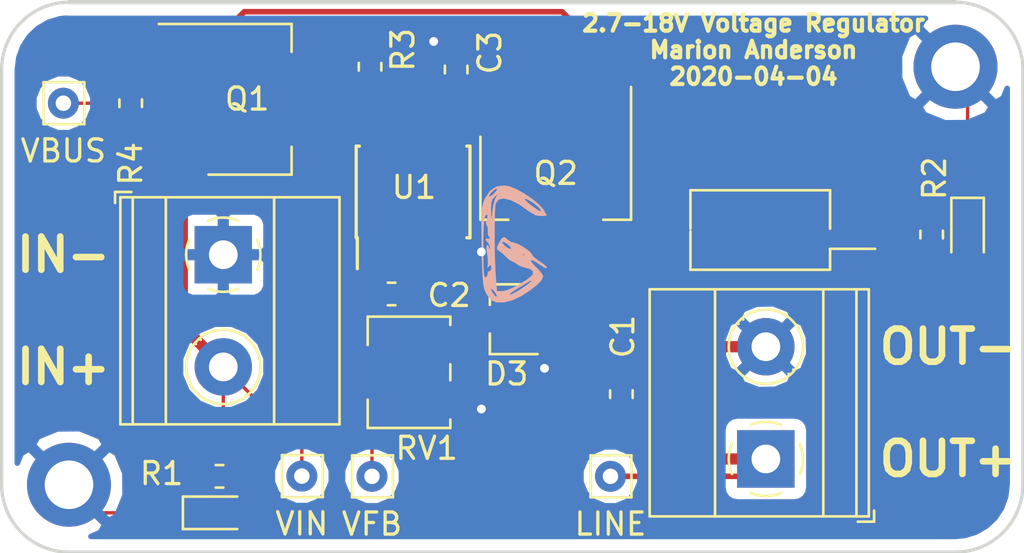
<source format=kicad_pcb>
(kicad_pcb (version 20171130) (host pcbnew 5.0.2+dfsg1-1)

  (general
    (thickness 1.6)
    (drawings 13)
    (tracks 134)
    (zones 0)
    (modules 24)
    (nets 11)
  )

  (page A4)
  (layers
    (0 F.Cu signal)
    (31 B.Cu power hide)
    (32 B.Adhes user hide)
    (33 F.Adhes user)
    (34 B.Paste user hide)
    (35 F.Paste user)
    (36 B.SilkS user hide)
    (37 F.SilkS user)
    (38 B.Mask user hide)
    (39 F.Mask user)
    (40 Dwgs.User user)
    (41 Cmts.User user)
    (42 Eco1.User user)
    (43 Eco2.User user)
    (44 Edge.Cuts user)
    (45 Margin user)
    (46 B.CrtYd user hide)
    (47 F.CrtYd user)
    (48 B.Fab user hide)
    (49 F.Fab user hide)
  )

  (setup
    (last_trace_width 0.1524)
    (user_trace_width 0.1524)
    (user_trace_width 0.254)
    (user_trace_width 0.381)
    (user_trace_width 0.508)
    (trace_clearance 0.2032)
    (zone_clearance 0.508)
    (zone_45_only no)
    (trace_min 0.1524)
    (segment_width 0.2)
    (edge_width 0.15)
    (via_size 0.8)
    (via_drill 0.4)
    (via_min_size 0.4)
    (via_min_drill 0.3)
    (uvia_size 0.3)
    (uvia_drill 0.1)
    (uvias_allowed no)
    (uvia_min_size 0.2)
    (uvia_min_drill 0.1)
    (pcb_text_width 0.3)
    (pcb_text_size 1.5 1.5)
    (mod_edge_width 0.15)
    (mod_text_size 1 1)
    (mod_text_width 0.15)
    (pad_size 0.9 0.8)
    (pad_drill 0)
    (pad_to_mask_clearance 0.051)
    (solder_mask_min_width 0.25)
    (aux_axis_origin 0 0)
    (visible_elements FFFFFF7F)
    (pcbplotparams
      (layerselection 0x010fc_ffffffff)
      (usegerberextensions false)
      (usegerberattributes false)
      (usegerberadvancedattributes false)
      (creategerberjobfile false)
      (excludeedgelayer true)
      (linewidth 0.100000)
      (plotframeref false)
      (viasonmask false)
      (mode 1)
      (useauxorigin false)
      (hpglpennumber 1)
      (hpglpenspeed 20)
      (hpglpendiameter 15.000000)
      (psnegative false)
      (psa4output false)
      (plotreference true)
      (plotvalue true)
      (plotinvisibletext false)
      (padsonsilk false)
      (subtractmaskfromsilk false)
      (outputformat 1)
      (mirror false)
      (drillshape 0)
      (scaleselection 1)
      (outputdirectory "plot/"))
  )

  (net 0 "")
  (net 1 VBUS)
  (net 2 GND)
  (net 3 LINE)
  (net 4 /VFB)
  (net 5 "Net-(D1-Pad2)")
  (net 6 "Net-(D2-Pad2)")
  (net 7 /VZ)
  (net 8 /VIN)
  (net 9 "Net-(C2-Pad1)")
  (net 10 "Net-(Q1-Pad1)")

  (net_class Default "This is the default net class."
    (clearance 0.2032)
    (trace_width 0.25)
    (via_dia 0.8)
    (via_drill 0.4)
    (uvia_dia 0.3)
    (uvia_drill 0.1)
    (add_net /VFB)
    (add_net /VIN)
    (add_net /VZ)
    (add_net GND)
    (add_net LINE)
    (add_net "Net-(C2-Pad1)")
    (add_net "Net-(D1-Pad2)")
    (add_net "Net-(D2-Pad2)")
    (add_net "Net-(Q1-Pad1)")
    (add_net VBUS)
  )

  (module Button_Switch_SMD:SW_DIP_SPSTx01_Slide_Omron_A6S-110x_W8.9mm_P2.54mm (layer F.Cu) (tedit 5E88F25F) (tstamp 5EFAA242)
    (at 199.4408 76.8604 180)
    (descr "SMD 1x-dip-switch SPST Omron_A6S-110x, Slide, row spacing 8.9 mm (350 mils), body size  (see http://omronfs.omron.com/en_US/ecb/products/pdf/en-a6s.pdf)")
    (tags "SMD DIP Switch SPST Slide 8.9mm 350mil")
    (path /5E96D83B)
    (attr smd)
    (fp_text reference SW1 (at 0 -2.8 180) (layer F.SilkS) hide
      (effects (font (size 1 1) (thickness 0.15)))
    )
    (fp_text value A6SX-1104 (at 0 2.8 180) (layer F.Fab)
      (effects (font (size 1 1) (thickness 0.15)))
    )
    (fp_line (start -2.1 -1.74) (end 3.1 -1.74) (layer F.Fab) (width 0.1))
    (fp_line (start 3.1 -1.74) (end 3.1 1.74) (layer F.Fab) (width 0.1))
    (fp_line (start 3.1 1.74) (end -3.1 1.74) (layer F.Fab) (width 0.1))
    (fp_line (start -3.1 1.74) (end -3.1 -0.74) (layer F.Fab) (width 0.1))
    (fp_line (start -3.1 -0.74) (end -2.1 -1.74) (layer F.Fab) (width 0.1))
    (fp_line (start -1.5 -0.55) (end -1.5 0.55) (layer F.Fab) (width 0.1))
    (fp_line (start -1.5 0.55) (end 1.5 0.55) (layer F.Fab) (width 0.1))
    (fp_line (start 1.5 0.55) (end 1.5 -0.55) (layer F.Fab) (width 0.1))
    (fp_line (start 1.5 -0.55) (end -1.5 -0.55) (layer F.Fab) (width 0.1))
    (fp_line (start -1.5 -0.45) (end -0.5 -0.45) (layer F.Fab) (width 0.1))
    (fp_line (start -1.5 -0.35) (end -0.5 -0.35) (layer F.Fab) (width 0.1))
    (fp_line (start -1.5 -0.25) (end -0.5 -0.25) (layer F.Fab) (width 0.1))
    (fp_line (start -1.5 -0.15) (end -0.5 -0.15) (layer F.Fab) (width 0.1))
    (fp_line (start -1.5 -0.05) (end -0.5 -0.05) (layer F.Fab) (width 0.1))
    (fp_line (start -1.5 0.05) (end -0.5 0.05) (layer F.Fab) (width 0.1))
    (fp_line (start -1.5 0.15) (end -0.5 0.15) (layer F.Fab) (width 0.1))
    (fp_line (start -1.5 0.25) (end -0.5 0.25) (layer F.Fab) (width 0.1))
    (fp_line (start -1.5 0.35) (end -0.5 0.35) (layer F.Fab) (width 0.1))
    (fp_line (start -1.5 0.45) (end -0.5 0.45) (layer F.Fab) (width 0.1))
    (fp_line (start -1.5 0.55) (end -0.5 0.55) (layer F.Fab) (width 0.1))
    (fp_line (start -0.5 -0.55) (end -0.5 0.55) (layer F.Fab) (width 0.1))
    (fp_line (start -3.16 1.8) (end 3.16 1.8) (layer F.SilkS) (width 0.12))
    (fp_line (start -5.2 -0.851) (end -3.16 -0.851) (layer F.SilkS) (width 0.12))
    (fp_line (start -3.16 -1.8) (end -3.16 -0.851) (layer F.SilkS) (width 0.12))
    (fp_line (start -3.16 -1.8) (end 3.16 -1.8) (layer F.SilkS) (width 0.12))
    (fp_line (start 3.16 -1.8) (end 3.16 -0.061) (layer F.SilkS) (width 0.12))
    (fp_line (start -3.16 0.061) (end -3.16 1.8) (layer F.SilkS) (width 0.12))
    (fp_line (start 3.16 0.061) (end 3.16 1.8) (layer F.SilkS) (width 0.12))
    (fp_line (start -5.45 -2.05) (end -5.45 2.05) (layer F.CrtYd) (width 0.05))
    (fp_line (start -5.45 2.05) (end 5.45 2.05) (layer F.CrtYd) (width 0.05))
    (fp_line (start 5.45 2.05) (end 5.45 -2.05) (layer F.CrtYd) (width 0.05))
    (fp_line (start 5.45 -2.05) (end -5.45 -2.05) (layer F.CrtYd) (width 0.05))
    (fp_text user %R (at 2.3 0 270) (layer F.Fab)
      (effects (font (size 0.6 0.6) (thickness 0.09)))
    )
    (fp_text user on (at 0.075 -1.145 180) (layer F.Fab)
      (effects (font (size 0.6 0.6) (thickness 0.09)))
    )
    (pad 1 smd rect (at -4.45 0 180) (size 1.5 1.1) (layers F.Cu F.Paste F.Mask)
      (net 2 GND))
    (pad 2 smd rect (at 4.45 0 180) (size 1.5 1.1) (layers F.Cu F.Paste F.Mask)
      (net 10 "Net-(Q1-Pad1)"))
    (model ${KISYS3DMOD}/Button_Switch_SMD.3dshapes/SW_DIP_SPSTx01_Slide_Omron_A6S-110x_W8.9mm_P2.54mm.wrl
      (at (xyz 0 0 0))
      (scale (xyz 1 1 1))
      (rotate (xyz 0 0 0))
    )
  )

  (module TerminalBlock_Phoenix:TerminalBlock_Phoenix_MKDS-1,5-2-5.08_1x02_P5.08mm_Horizontal (layer F.Cu) (tedit 5E88F296) (tstamp 5EFAA3CC)
    (at 199.6948 87.2236 90)
    (descr "Terminal Block Phoenix MKDS-1,5-2-5.08, 2 pins, pitch 5.08mm, size 10.2x9.8mm^2, drill diamater 1.3mm, pad diameter 2.6mm, see http://www.farnell.com/datasheets/100425.pdf, script-generated using https://github.com/pointhi/kicad-footprint-generator/scripts/TerminalBlock_Phoenix")
    (tags "THT Terminal Block Phoenix MKDS-1,5-2-5.08 pitch 5.08mm size 10.2x9.8mm^2 drill 1.3mm pad 2.6mm")
    (path /5E89247F)
    (fp_text reference J2 (at 8.89 -4.445) (layer F.SilkS) hide
      (effects (font (size 1 1) (thickness 0.15)))
    )
    (fp_text value Screw_Terminal_01x02 (at 2.54 5.66 90) (layer F.Fab)
      (effects (font (size 1 1) (thickness 0.15)))
    )
    (fp_text user %R (at 2.54 3.2 90) (layer F.Fab)
      (effects (font (size 1 1) (thickness 0.15)))
    )
    (fp_line (start 8.13 -5.71) (end -3.04 -5.71) (layer F.CrtYd) (width 0.05))
    (fp_line (start 8.13 5.1) (end 8.13 -5.71) (layer F.CrtYd) (width 0.05))
    (fp_line (start -3.04 5.1) (end 8.13 5.1) (layer F.CrtYd) (width 0.05))
    (fp_line (start -3.04 -5.71) (end -3.04 5.1) (layer F.CrtYd) (width 0.05))
    (fp_line (start -2.84 4.9) (end -2.34 4.9) (layer F.SilkS) (width 0.12))
    (fp_line (start -2.84 4.16) (end -2.84 4.9) (layer F.SilkS) (width 0.12))
    (fp_line (start 3.853 1.023) (end 3.806 1.069) (layer F.SilkS) (width 0.12))
    (fp_line (start 6.15 -1.275) (end 6.115 -1.239) (layer F.SilkS) (width 0.12))
    (fp_line (start 4.046 1.239) (end 4.011 1.274) (layer F.SilkS) (width 0.12))
    (fp_line (start 6.355 -1.069) (end 6.308 -1.023) (layer F.SilkS) (width 0.12))
    (fp_line (start 6.035 -1.138) (end 3.943 0.955) (layer F.Fab) (width 0.1))
    (fp_line (start 6.218 -0.955) (end 4.126 1.138) (layer F.Fab) (width 0.1))
    (fp_line (start 0.955 -1.138) (end -1.138 0.955) (layer F.Fab) (width 0.1))
    (fp_line (start 1.138 -0.955) (end -0.955 1.138) (layer F.Fab) (width 0.1))
    (fp_line (start 7.68 -5.261) (end 7.68 4.66) (layer F.SilkS) (width 0.12))
    (fp_line (start -2.6 -5.261) (end -2.6 4.66) (layer F.SilkS) (width 0.12))
    (fp_line (start -2.6 4.66) (end 7.68 4.66) (layer F.SilkS) (width 0.12))
    (fp_line (start -2.6 -5.261) (end 7.68 -5.261) (layer F.SilkS) (width 0.12))
    (fp_line (start -2.6 -2.301) (end 7.68 -2.301) (layer F.SilkS) (width 0.12))
    (fp_line (start -2.54 -2.3) (end 7.62 -2.3) (layer F.Fab) (width 0.1))
    (fp_line (start -2.6 2.6) (end 7.68 2.6) (layer F.SilkS) (width 0.12))
    (fp_line (start -2.54 2.6) (end 7.62 2.6) (layer F.Fab) (width 0.1))
    (fp_line (start -2.6 4.1) (end 7.68 4.1) (layer F.SilkS) (width 0.12))
    (fp_line (start -2.54 4.1) (end 7.62 4.1) (layer F.Fab) (width 0.1))
    (fp_line (start -2.54 4.1) (end -2.54 -5.2) (layer F.Fab) (width 0.1))
    (fp_line (start -2.04 4.6) (end -2.54 4.1) (layer F.Fab) (width 0.1))
    (fp_line (start 7.62 4.6) (end -2.04 4.6) (layer F.Fab) (width 0.1))
    (fp_line (start 7.62 -5.2) (end 7.62 4.6) (layer F.Fab) (width 0.1))
    (fp_line (start -2.54 -5.2) (end 7.62 -5.2) (layer F.Fab) (width 0.1))
    (fp_circle (center 5.08 0) (end 6.76 0) (layer F.SilkS) (width 0.12))
    (fp_circle (center 5.08 0) (end 6.58 0) (layer F.Fab) (width 0.1))
    (fp_circle (center 0 0) (end 1.5 0) (layer F.Fab) (width 0.1))
    (fp_arc (start 0 0) (end -0.684 1.535) (angle -25) (layer F.SilkS) (width 0.12))
    (fp_arc (start 0 0) (end -1.535 -0.684) (angle -48) (layer F.SilkS) (width 0.12))
    (fp_arc (start 0 0) (end 0.684 -1.535) (angle -48) (layer F.SilkS) (width 0.12))
    (fp_arc (start 0 0) (end 1.535 0.684) (angle -48) (layer F.SilkS) (width 0.12))
    (fp_arc (start 0 0) (end 0 1.68) (angle -24) (layer F.SilkS) (width 0.12))
    (pad 2 thru_hole circle (at 5.08 0 90) (size 2.6 2.6) (drill 1.3) (layers *.Cu *.Mask)
      (net 2 GND))
    (pad 1 thru_hole rect (at 0 0 90) (size 2.6 2.6) (drill 1.3) (layers *.Cu *.Mask)
      (net 3 LINE))
    (model ${KISYS3DMOD}/TerminalBlock_Phoenix.3dshapes/TerminalBlock_Phoenix_MKDS-1,5-2-5.08_1x02_P5.08mm_Horizontal.wrl
      (at (xyz 0 0 0))
      (scale (xyz 1 1 1))
      (rotate (xyz 0 0 0))
    )
  )

  (module Connector_Pin:Pin_D0.7mm_L6.5mm_W1.8mm_FlatFork (layer F.Cu) (tedit 5E88F1FC) (tstamp 5EFA0A12)
    (at 181.864 88.011 180)
    (descr "solder Pin_ with flat fork, hole diameter 0.7mm, length 6.5mm, width 1.8mm")
    (tags "solder Pin_ with flat fork")
    (path /5E8C2C43)
    (fp_text reference VFB (at 0 -2.159 unlocked) (layer F.SilkS)
      (effects (font (size 1 1) (thickness 0.15)))
    )
    (fp_text value TestPoint (at 0 -1.8 180) (layer F.Fab)
      (effects (font (size 1 1) (thickness 0.15)))
    )
    (fp_text user %R (at 0 1.8 180) (layer F.Fab)
      (effects (font (size 1 1) (thickness 0.15)))
    )
    (fp_line (start -0.95 -0.95) (end -0.95 0.95) (layer F.SilkS) (width 0.12))
    (fp_line (start -0.95 0.95) (end 0.9 0.95) (layer F.SilkS) (width 0.12))
    (fp_line (start 0.9 0.95) (end 0.9 -0.9) (layer F.SilkS) (width 0.12))
    (fp_line (start 0.9 -0.9) (end 0.9 -0.95) (layer F.SilkS) (width 0.12))
    (fp_line (start 0.9 -0.95) (end -0.95 -0.95) (layer F.SilkS) (width 0.12))
    (fp_line (start -0.9 -0.25) (end 0.85 -0.25) (layer F.Fab) (width 0.12))
    (fp_line (start 0.85 -0.25) (end 0.85 0.25) (layer F.Fab) (width 0.12))
    (fp_line (start 0.85 0.25) (end -0.9 0.25) (layer F.Fab) (width 0.12))
    (fp_line (start -0.9 0.25) (end -0.9 -0.25) (layer F.Fab) (width 0.12))
    (fp_line (start -1.4 -1.2) (end 1.35 -1.2) (layer F.CrtYd) (width 0.05))
    (fp_line (start -1.4 -1.2) (end -1.4 1.2) (layer F.CrtYd) (width 0.05))
    (fp_line (start 1.35 1.2) (end 1.35 -1.2) (layer F.CrtYd) (width 0.05))
    (fp_line (start 1.35 1.2) (end -1.4 1.2) (layer F.CrtYd) (width 0.05))
    (pad 1 thru_hole circle (at 0 0 180) (size 1.4 1.4) (drill 0.7) (layers *.Cu *.Mask)
      (net 4 /VFB))
    (model ${KISYS3DMOD}/Connector_Pin.3dshapes/Pin_D0.7mm_L6.5mm_W1.8mm_FlatFork.wrl
      (at (xyz 0 0 0))
      (scale (xyz 1 1 1))
      (rotate (xyz 0 0 0))
    )
  )

  (module LED_SMD:LED_0603_1608Metric_Pad1.05x0.95mm_HandSolder (layer F.Cu) (tedit 5E8907F0) (tstamp 5EFA4D5F)
    (at 174.96436 89.662)
    (descr "LED SMD 0603 (1608 Metric), square (rectangular) end terminal, IPC_7351 nominal, (Body size source: http://www.tortai-tech.com/upload/download/2011102023233369053.pdf), generated with kicad-footprint-generator")
    (tags "LED handsolder")
    (path /5E892555)
    (attr smd)
    (fp_text reference D1 (at -2.773085 -0.124542) (layer F.SilkS) hide
      (effects (font (size 1 1) (thickness 0.15)))
    )
    (fp_text value LED (at 0 1.43) (layer F.Fab)
      (effects (font (size 1 1) (thickness 0.15)))
    )
    (fp_text user %R (at 0 0) (layer F.Fab)
      (effects (font (size 0.4 0.4) (thickness 0.06)))
    )
    (fp_line (start 1.65 0.73) (end -1.65 0.73) (layer F.CrtYd) (width 0.05))
    (fp_line (start 1.65 -0.73) (end 1.65 0.73) (layer F.CrtYd) (width 0.05))
    (fp_line (start -1.65 -0.73) (end 1.65 -0.73) (layer F.CrtYd) (width 0.05))
    (fp_line (start -1.65 0.73) (end -1.65 -0.73) (layer F.CrtYd) (width 0.05))
    (fp_line (start -1.66 0.735) (end 0.8 0.735) (layer F.SilkS) (width 0.12))
    (fp_line (start -1.66 -0.735) (end -1.66 0.735) (layer F.SilkS) (width 0.12))
    (fp_line (start 0.8 -0.735) (end -1.66 -0.735) (layer F.SilkS) (width 0.12))
    (fp_line (start 0.8 0.4) (end 0.8 -0.4) (layer F.Fab) (width 0.1))
    (fp_line (start -0.8 0.4) (end 0.8 0.4) (layer F.Fab) (width 0.1))
    (fp_line (start -0.8 -0.1) (end -0.8 0.4) (layer F.Fab) (width 0.1))
    (fp_line (start -0.5 -0.4) (end -0.8 -0.1) (layer F.Fab) (width 0.1))
    (fp_line (start 0.8 -0.4) (end -0.5 -0.4) (layer F.Fab) (width 0.1))
    (pad 2 smd roundrect (at 0.875 0) (size 1.05 0.95) (layers F.Cu F.Paste F.Mask) (roundrect_rratio 0.25)
      (net 5 "Net-(D1-Pad2)"))
    (pad 1 smd roundrect (at -0.875 0) (size 1.05 0.95) (layers F.Cu F.Paste F.Mask) (roundrect_rratio 0.25)
      (net 2 GND))
    (model ${KISYS3DMOD}/LED_SMD.3dshapes/LED_0603_1608Metric.wrl
      (at (xyz 0 0 0))
      (scale (xyz 1 1 1))
      (rotate (xyz 0 0 0))
    )
  )

  (module LED_SMD:LED_0603_1608Metric_Pad1.05x0.95mm_HandSolder (layer F.Cu) (tedit 5E8907F4) (tstamp 5EFABADA)
    (at 208.8261 77.0649 270)
    (descr "LED SMD 0603 (1608 Metric), square (rectangular) end terminal, IPC_7351 nominal, (Body size source: http://www.tortai-tech.com/upload/download/2011102023233369053.pdf), generated with kicad-footprint-generator")
    (tags "LED handsolder")
    (path /5E892628)
    (attr smd)
    (fp_text reference D2 (at -2.794 0 270) (layer F.SilkS) hide
      (effects (font (size 1 1) (thickness 0.15)))
    )
    (fp_text value LED (at 0 1.43 270) (layer F.Fab)
      (effects (font (size 1 1) (thickness 0.15)))
    )
    (fp_line (start 0.8 -0.4) (end -0.5 -0.4) (layer F.Fab) (width 0.1))
    (fp_line (start -0.5 -0.4) (end -0.8 -0.1) (layer F.Fab) (width 0.1))
    (fp_line (start -0.8 -0.1) (end -0.8 0.4) (layer F.Fab) (width 0.1))
    (fp_line (start -0.8 0.4) (end 0.8 0.4) (layer F.Fab) (width 0.1))
    (fp_line (start 0.8 0.4) (end 0.8 -0.4) (layer F.Fab) (width 0.1))
    (fp_line (start 0.8 -0.735) (end -1.66 -0.735) (layer F.SilkS) (width 0.12))
    (fp_line (start -1.66 -0.735) (end -1.66 0.735) (layer F.SilkS) (width 0.12))
    (fp_line (start -1.66 0.735) (end 0.8 0.735) (layer F.SilkS) (width 0.12))
    (fp_line (start -1.65 0.73) (end -1.65 -0.73) (layer F.CrtYd) (width 0.05))
    (fp_line (start -1.65 -0.73) (end 1.65 -0.73) (layer F.CrtYd) (width 0.05))
    (fp_line (start 1.65 -0.73) (end 1.65 0.73) (layer F.CrtYd) (width 0.05))
    (fp_line (start 1.65 0.73) (end -1.65 0.73) (layer F.CrtYd) (width 0.05))
    (fp_text user %R (at 0 0 270) (layer F.Fab)
      (effects (font (size 0.4 0.4) (thickness 0.06)))
    )
    (pad 1 smd roundrect (at -0.875 0 270) (size 1.05 0.95) (layers F.Cu F.Paste F.Mask) (roundrect_rratio 0.25)
      (net 2 GND))
    (pad 2 smd roundrect (at 0.875 0 270) (size 1.05 0.95) (layers F.Cu F.Paste F.Mask) (roundrect_rratio 0.25)
      (net 6 "Net-(D2-Pad2)"))
    (model ${KISYS3DMOD}/LED_SMD.3dshapes/LED_0603_1608Metric.wrl
      (at (xyz 0 0 0))
      (scale (xyz 1 1 1))
      (rotate (xyz 0 0 0))
    )
  )

  (module MountingHole:MountingHole_2.2mm_M2_DIN965_Pad (layer F.Cu) (tedit 5E88F20F) (tstamp 5EF9FB36)
    (at 168.148 88.392)
    (descr "Mounting Hole 2.2mm, M2, DIN965")
    (tags "mounting hole 2.2mm m2 din965")
    (path /5E947D4A)
    (attr virtual)
    (fp_text reference H2 (at 0 -2.9) (layer F.SilkS) hide
      (effects (font (size 1 1) (thickness 0.15)))
    )
    (fp_text value MountingHole_Pad (at 0 2.9) (layer F.Fab)
      (effects (font (size 1 1) (thickness 0.15)))
    )
    (fp_circle (center 0 0) (end 2.15 0) (layer F.CrtYd) (width 0.05))
    (fp_circle (center 0 0) (end 1.9 0) (layer Cmts.User) (width 0.15))
    (fp_text user %R (at 0.3 0) (layer F.Fab)
      (effects (font (size 1 1) (thickness 0.15)))
    )
    (pad 1 thru_hole circle (at 0 0) (size 3.8 3.8) (drill 2.2) (layers *.Cu *.Mask)
      (net 2 GND))
  )

  (module MountingHole:MountingHole_2.2mm_M2_DIN965_Pad (layer F.Cu) (tedit 5E88F21D) (tstamp 5EFAA1D4)
    (at 208.28 69.469)
    (descr "Mounting Hole 2.2mm, M2, DIN965")
    (tags "mounting hole 2.2mm m2 din965")
    (path /5E947E32)
    (attr virtual)
    (fp_text reference H3 (at 0 -2.9) (layer F.SilkS) hide
      (effects (font (size 1 1) (thickness 0.15)))
    )
    (fp_text value MountingHole_Pad (at 0 2.9) (layer F.Fab)
      (effects (font (size 1 1) (thickness 0.15)))
    )
    (fp_circle (center 0 0) (end 2.15 0) (layer F.CrtYd) (width 0.05))
    (fp_circle (center 0 0) (end 1.9 0) (layer Cmts.User) (width 0.15))
    (fp_text user %R (at 0.3 0) (layer F.Fab)
      (effects (font (size 1 1) (thickness 0.15)))
    )
    (pad 1 thru_hole circle (at 0 0) (size 3.8 3.8) (drill 2.2) (layers *.Cu *.Mask)
      (net 2 GND))
  )

  (module TerminalBlock_Phoenix:TerminalBlock_Phoenix_MKDS-1,5-2-5.08_1x02_P5.08mm_Horizontal (layer F.Cu) (tedit 5E88F292) (tstamp 5EFA84EF)
    (at 175.133 77.978 270)
    (descr "Terminal Block Phoenix MKDS-1,5-2-5.08, 2 pins, pitch 5.08mm, size 10.2x9.8mm^2, drill diamater 1.3mm, pad diameter 2.6mm, see http://www.farnell.com/datasheets/100425.pdf, script-generated using https://github.com/pointhi/kicad-footprint-generator/scripts/TerminalBlock_Phoenix")
    (tags "THT Terminal Block Phoenix MKDS-1,5-2-5.08 pitch 5.08mm size 10.2x9.8mm^2 drill 1.3mm pad 2.6mm")
    (path /5E89243C)
    (fp_text reference J1 (at -3.81 -3.175 180) (layer F.SilkS) hide
      (effects (font (size 1 1) (thickness 0.15)))
    )
    (fp_text value Screw_Terminal_01x02 (at 2.54 5.66 270) (layer F.Fab)
      (effects (font (size 1 1) (thickness 0.15)))
    )
    (fp_arc (start 0 0) (end 0 1.68) (angle -24) (layer F.SilkS) (width 0.12))
    (fp_arc (start 0 0) (end 1.535 0.684) (angle -48) (layer F.SilkS) (width 0.12))
    (fp_arc (start 0 0) (end 0.684 -1.535) (angle -48) (layer F.SilkS) (width 0.12))
    (fp_arc (start 0 0) (end -1.535 -0.684) (angle -48) (layer F.SilkS) (width 0.12))
    (fp_arc (start 0 0) (end -0.684 1.535) (angle -25) (layer F.SilkS) (width 0.12))
    (fp_circle (center 0 0) (end 1.5 0) (layer F.Fab) (width 0.1))
    (fp_circle (center 5.08 0) (end 6.58 0) (layer F.Fab) (width 0.1))
    (fp_circle (center 5.08 0) (end 6.76 0) (layer F.SilkS) (width 0.12))
    (fp_line (start -2.54 -5.2) (end 7.62 -5.2) (layer F.Fab) (width 0.1))
    (fp_line (start 7.62 -5.2) (end 7.62 4.6) (layer F.Fab) (width 0.1))
    (fp_line (start 7.62 4.6) (end -2.04 4.6) (layer F.Fab) (width 0.1))
    (fp_line (start -2.04 4.6) (end -2.54 4.1) (layer F.Fab) (width 0.1))
    (fp_line (start -2.54 4.1) (end -2.54 -5.2) (layer F.Fab) (width 0.1))
    (fp_line (start -2.54 4.1) (end 7.62 4.1) (layer F.Fab) (width 0.1))
    (fp_line (start -2.6 4.1) (end 7.68 4.1) (layer F.SilkS) (width 0.12))
    (fp_line (start -2.54 2.6) (end 7.62 2.6) (layer F.Fab) (width 0.1))
    (fp_line (start -2.6 2.6) (end 7.68 2.6) (layer F.SilkS) (width 0.12))
    (fp_line (start -2.54 -2.3) (end 7.62 -2.3) (layer F.Fab) (width 0.1))
    (fp_line (start -2.6 -2.301) (end 7.68 -2.301) (layer F.SilkS) (width 0.12))
    (fp_line (start -2.6 -5.261) (end 7.68 -5.261) (layer F.SilkS) (width 0.12))
    (fp_line (start -2.6 4.66) (end 7.68 4.66) (layer F.SilkS) (width 0.12))
    (fp_line (start -2.6 -5.261) (end -2.6 4.66) (layer F.SilkS) (width 0.12))
    (fp_line (start 7.68 -5.261) (end 7.68 4.66) (layer F.SilkS) (width 0.12))
    (fp_line (start 1.138 -0.955) (end -0.955 1.138) (layer F.Fab) (width 0.1))
    (fp_line (start 0.955 -1.138) (end -1.138 0.955) (layer F.Fab) (width 0.1))
    (fp_line (start 6.218 -0.955) (end 4.126 1.138) (layer F.Fab) (width 0.1))
    (fp_line (start 6.035 -1.138) (end 3.943 0.955) (layer F.Fab) (width 0.1))
    (fp_line (start 6.355 -1.069) (end 6.308 -1.023) (layer F.SilkS) (width 0.12))
    (fp_line (start 4.046 1.239) (end 4.011 1.274) (layer F.SilkS) (width 0.12))
    (fp_line (start 6.15 -1.275) (end 6.115 -1.239) (layer F.SilkS) (width 0.12))
    (fp_line (start 3.853 1.023) (end 3.806 1.069) (layer F.SilkS) (width 0.12))
    (fp_line (start -2.84 4.16) (end -2.84 4.9) (layer F.SilkS) (width 0.12))
    (fp_line (start -2.84 4.9) (end -2.34 4.9) (layer F.SilkS) (width 0.12))
    (fp_line (start -3.04 -5.71) (end -3.04 5.1) (layer F.CrtYd) (width 0.05))
    (fp_line (start -3.04 5.1) (end 8.13 5.1) (layer F.CrtYd) (width 0.05))
    (fp_line (start 8.13 5.1) (end 8.13 -5.71) (layer F.CrtYd) (width 0.05))
    (fp_line (start 8.13 -5.71) (end -3.04 -5.71) (layer F.CrtYd) (width 0.05))
    (fp_text user %R (at 2.54 3.2 270) (layer F.Fab)
      (effects (font (size 1 1) (thickness 0.15)))
    )
    (pad 1 thru_hole rect (at 0 0 270) (size 2.6 2.6) (drill 1.3) (layers *.Cu *.Mask)
      (net 2 GND))
    (pad 2 thru_hole circle (at 5.08 0 270) (size 2.6 2.6) (drill 1.3) (layers *.Cu *.Mask)
      (net 8 /VIN))
    (model ${KISYS3DMOD}/TerminalBlock_Phoenix.3dshapes/TerminalBlock_Phoenix_MKDS-1,5-2-5.08_1x02_P5.08mm_Horizontal.wrl
      (at (xyz 0 0 0))
      (scale (xyz 1 1 1))
      (rotate (xyz 0 0 0))
    )
  )

  (module Package_SO:SOIC-8_3.9x4.9mm_P1.27mm (layer F.Cu) (tedit 5A02F2D3) (tstamp 5EFAA480)
    (at 183.7255 75.1375 90)
    (descr "8-Lead Plastic Small Outline (SN) - Narrow, 3.90 mm Body [SOIC] (see Microchip Packaging Specification http://ww1.microchip.com/downloads/en/PackagingSpec/00000049BQ.pdf)")
    (tags "SOIC 1.27")
    (path /5E891CC4)
    (attr smd)
    (fp_text reference U1 (at 0.2075 0.0435 180) (layer F.SilkS)
      (effects (font (size 1 1) (thickness 0.15)))
    )
    (fp_text value UA741 (at 0 3.5 90) (layer F.Fab)
      (effects (font (size 1 1) (thickness 0.15)))
    )
    (fp_text user %R (at 0 0 90) (layer F.Fab)
      (effects (font (size 1 1) (thickness 0.15)))
    )
    (fp_line (start -0.95 -2.45) (end 1.95 -2.45) (layer F.Fab) (width 0.1))
    (fp_line (start 1.95 -2.45) (end 1.95 2.45) (layer F.Fab) (width 0.1))
    (fp_line (start 1.95 2.45) (end -1.95 2.45) (layer F.Fab) (width 0.1))
    (fp_line (start -1.95 2.45) (end -1.95 -1.45) (layer F.Fab) (width 0.1))
    (fp_line (start -1.95 -1.45) (end -0.95 -2.45) (layer F.Fab) (width 0.1))
    (fp_line (start -3.73 -2.7) (end -3.73 2.7) (layer F.CrtYd) (width 0.05))
    (fp_line (start 3.73 -2.7) (end 3.73 2.7) (layer F.CrtYd) (width 0.05))
    (fp_line (start -3.73 -2.7) (end 3.73 -2.7) (layer F.CrtYd) (width 0.05))
    (fp_line (start -3.73 2.7) (end 3.73 2.7) (layer F.CrtYd) (width 0.05))
    (fp_line (start -2.075 -2.575) (end -2.075 -2.525) (layer F.SilkS) (width 0.15))
    (fp_line (start 2.075 -2.575) (end 2.075 -2.43) (layer F.SilkS) (width 0.15))
    (fp_line (start 2.075 2.575) (end 2.075 2.43) (layer F.SilkS) (width 0.15))
    (fp_line (start -2.075 2.575) (end -2.075 2.43) (layer F.SilkS) (width 0.15))
    (fp_line (start -2.075 -2.575) (end 2.075 -2.575) (layer F.SilkS) (width 0.15))
    (fp_line (start -2.075 2.575) (end 2.075 2.575) (layer F.SilkS) (width 0.15))
    (fp_line (start -2.075 -2.525) (end -3.475 -2.525) (layer F.SilkS) (width 0.15))
    (pad 1 smd rect (at -2.7 -1.905 90) (size 1.55 0.6) (layers F.Cu F.Paste F.Mask))
    (pad 2 smd rect (at -2.7 -0.635 90) (size 1.55 0.6) (layers F.Cu F.Paste F.Mask)
      (net 4 /VFB))
    (pad 3 smd rect (at -2.7 0.635 90) (size 1.55 0.6) (layers F.Cu F.Paste F.Mask)
      (net 7 /VZ))
    (pad 4 smd rect (at -2.7 1.905 90) (size 1.55 0.6) (layers F.Cu F.Paste F.Mask)
      (net 2 GND))
    (pad 5 smd rect (at 2.7 1.905 90) (size 1.55 0.6) (layers F.Cu F.Paste F.Mask))
    (pad 6 smd rect (at 2.7 0.635 90) (size 1.55 0.6) (layers F.Cu F.Paste F.Mask)
      (net 9 "Net-(C2-Pad1)"))
    (pad 7 smd rect (at 2.7 -0.635 90) (size 1.55 0.6) (layers F.Cu F.Paste F.Mask)
      (net 1 VBUS))
    (pad 8 smd rect (at 2.7 -1.905 90) (size 1.55 0.6) (layers F.Cu F.Paste F.Mask))
    (model ${KISYS3DMOD}/Package_SO.3dshapes/SOIC-8_3.9x4.9mm_P1.27mm.wrl
      (at (xyz 0 0 0))
      (scale (xyz 1 1 1))
      (rotate (xyz 0 0 0))
    )
  )

  (module Package_TO_SOT_SMD:SOT-223-3_TabPin2 (layer F.Cu) (tedit 5A02FF57) (tstamp 5EF9E6AE)
    (at 190.1825 74.4855 270)
    (descr "module CMS SOT223 4 pins")
    (tags "CMS SOT")
    (path /5E891CD7)
    (attr smd)
    (fp_text reference Q2 (at -0.1905 0) (layer F.SilkS)
      (effects (font (size 1 1) (thickness 0.15)))
    )
    (fp_text value 2STN1550 (at 0 4.5 270) (layer F.Fab)
      (effects (font (size 1 1) (thickness 0.15)))
    )
    (fp_text user %R (at 0 0) (layer F.Fab)
      (effects (font (size 0.8 0.8) (thickness 0.12)))
    )
    (fp_line (start 1.91 3.41) (end 1.91 2.15) (layer F.SilkS) (width 0.12))
    (fp_line (start 1.91 -3.41) (end 1.91 -2.15) (layer F.SilkS) (width 0.12))
    (fp_line (start 4.4 -3.6) (end -4.4 -3.6) (layer F.CrtYd) (width 0.05))
    (fp_line (start 4.4 3.6) (end 4.4 -3.6) (layer F.CrtYd) (width 0.05))
    (fp_line (start -4.4 3.6) (end 4.4 3.6) (layer F.CrtYd) (width 0.05))
    (fp_line (start -4.4 -3.6) (end -4.4 3.6) (layer F.CrtYd) (width 0.05))
    (fp_line (start -1.85 -2.35) (end -0.85 -3.35) (layer F.Fab) (width 0.1))
    (fp_line (start -1.85 -2.35) (end -1.85 3.35) (layer F.Fab) (width 0.1))
    (fp_line (start -1.85 3.41) (end 1.91 3.41) (layer F.SilkS) (width 0.12))
    (fp_line (start -0.85 -3.35) (end 1.85 -3.35) (layer F.Fab) (width 0.1))
    (fp_line (start -4.1 -3.41) (end 1.91 -3.41) (layer F.SilkS) (width 0.12))
    (fp_line (start -1.85 3.35) (end 1.85 3.35) (layer F.Fab) (width 0.1))
    (fp_line (start 1.85 -3.35) (end 1.85 3.35) (layer F.Fab) (width 0.1))
    (pad 2 smd rect (at 3.15 0 270) (size 2 3.8) (layers F.Cu F.Paste F.Mask)
      (net 3 LINE))
    (pad 2 smd rect (at -3.15 0 270) (size 2 1.5) (layers F.Cu F.Paste F.Mask)
      (net 3 LINE))
    (pad 3 smd rect (at -3.15 2.3 270) (size 2 1.5) (layers F.Cu F.Paste F.Mask)
      (net 1 VBUS))
    (pad 1 smd rect (at -3.15 -2.3 270) (size 2 1.5) (layers F.Cu F.Paste F.Mask)
      (net 9 "Net-(C2-Pad1)"))
    (model ${KISYS3DMOD}/Package_TO_SOT_SMD.3dshapes/SOT-223.wrl
      (at (xyz 0 0 0))
      (scale (xyz 1 1 1))
      (rotate (xyz 0 0 0))
    )
  )

  (module Connector_Pin:Pin_D0.7mm_L6.5mm_W1.8mm_FlatFork (layer F.Cu) (tedit 5E88F106) (tstamp 5EFA4DF5)
    (at 178.689 88 180)
    (descr "solder Pin_ with flat fork, hole diameter 0.7mm, length 6.5mm, width 1.8mm")
    (tags "solder Pin_ with flat fork")
    (path /5E8CA185)
    (fp_text reference VIN (at 0 -2.159 unlocked) (layer F.SilkS)
      (effects (font (size 1 1) (thickness 0.15)))
    )
    (fp_text value TestPoint (at 0 -1.8 180) (layer F.Fab)
      (effects (font (size 1 1) (thickness 0.15)))
    )
    (fp_line (start 1.35 1.2) (end -1.4 1.2) (layer F.CrtYd) (width 0.05))
    (fp_line (start 1.35 1.2) (end 1.35 -1.2) (layer F.CrtYd) (width 0.05))
    (fp_line (start -1.4 -1.2) (end -1.4 1.2) (layer F.CrtYd) (width 0.05))
    (fp_line (start -1.4 -1.2) (end 1.35 -1.2) (layer F.CrtYd) (width 0.05))
    (fp_line (start -0.9 0.25) (end -0.9 -0.25) (layer F.Fab) (width 0.12))
    (fp_line (start 0.85 0.25) (end -0.9 0.25) (layer F.Fab) (width 0.12))
    (fp_line (start 0.85 -0.25) (end 0.85 0.25) (layer F.Fab) (width 0.12))
    (fp_line (start -0.9 -0.25) (end 0.85 -0.25) (layer F.Fab) (width 0.12))
    (fp_line (start 0.9 -0.95) (end -0.95 -0.95) (layer F.SilkS) (width 0.12))
    (fp_line (start 0.9 -0.9) (end 0.9 -0.95) (layer F.SilkS) (width 0.12))
    (fp_line (start 0.9 0.95) (end 0.9 -0.9) (layer F.SilkS) (width 0.12))
    (fp_line (start -0.95 0.95) (end 0.9 0.95) (layer F.SilkS) (width 0.12))
    (fp_line (start -0.95 -0.95) (end -0.95 0.95) (layer F.SilkS) (width 0.12))
    (fp_text user %R (at 0 1.8 180) (layer F.Fab)
      (effects (font (size 1 1) (thickness 0.15)))
    )
    (pad 1 thru_hole circle (at 0 0 180) (size 1.4 1.4) (drill 0.7) (layers *.Cu *.Mask)
      (net 8 /VIN))
    (model ${KISYS3DMOD}/Connector_Pin.3dshapes/Pin_D0.7mm_L6.5mm_W1.8mm_FlatFork.wrl
      (at (xyz 0 0 0))
      (scale (xyz 1 1 1))
      (rotate (xyz 0 0 0))
    )
  )

  (module Connector_Pin:Pin_D0.7mm_L6.5mm_W1.8mm_FlatFork (layer F.Cu) (tedit 5E88F0ED) (tstamp 5EECDBE8)
    (at 167.894 71.12 180)
    (descr "solder Pin_ with flat fork, hole diameter 0.7mm, length 6.5mm, width 1.8mm")
    (tags "solder Pin_ with flat fork")
    (path /5E8C2AEB)
    (fp_text reference VBUS (at 0 -2.159 unlocked) (layer F.SilkS)
      (effects (font (size 1 1) (thickness 0.15)))
    )
    (fp_text value TestPoint (at 0 -1.8 180) (layer F.Fab)
      (effects (font (size 1 1) (thickness 0.15)))
    )
    (fp_line (start 1.35 1.2) (end -1.4 1.2) (layer F.CrtYd) (width 0.05))
    (fp_line (start 1.35 1.2) (end 1.35 -1.2) (layer F.CrtYd) (width 0.05))
    (fp_line (start -1.4 -1.2) (end -1.4 1.2) (layer F.CrtYd) (width 0.05))
    (fp_line (start -1.4 -1.2) (end 1.35 -1.2) (layer F.CrtYd) (width 0.05))
    (fp_line (start -0.9 0.25) (end -0.9 -0.25) (layer F.Fab) (width 0.12))
    (fp_line (start 0.85 0.25) (end -0.9 0.25) (layer F.Fab) (width 0.12))
    (fp_line (start 0.85 -0.25) (end 0.85 0.25) (layer F.Fab) (width 0.12))
    (fp_line (start -0.9 -0.25) (end 0.85 -0.25) (layer F.Fab) (width 0.12))
    (fp_line (start 0.9 -0.95) (end -0.95 -0.95) (layer F.SilkS) (width 0.12))
    (fp_line (start 0.9 -0.9) (end 0.9 -0.95) (layer F.SilkS) (width 0.12))
    (fp_line (start 0.9 0.95) (end 0.9 -0.9) (layer F.SilkS) (width 0.12))
    (fp_line (start -0.95 0.95) (end 0.9 0.95) (layer F.SilkS) (width 0.12))
    (fp_line (start -0.95 -0.95) (end -0.95 0.95) (layer F.SilkS) (width 0.12))
    (fp_text user %R (at 0 1.8 180) (layer F.Fab)
      (effects (font (size 1 1) (thickness 0.15)))
    )
    (pad 1 thru_hole circle (at 0 0 180) (size 1.4 1.4) (drill 0.7) (layers *.Cu *.Mask)
      (net 1 VBUS))
    (model ${KISYS3DMOD}/Connector_Pin.3dshapes/Pin_D0.7mm_L6.5mm_W1.8mm_FlatFork.wrl
      (at (xyz 0 0 0))
      (scale (xyz 1 1 1))
      (rotate (xyz 0 0 0))
    )
  )

  (module Connector_Pin:Pin_D0.7mm_L6.5mm_W1.8mm_FlatFork (layer F.Cu) (tedit 5E88F0CF) (tstamp 5EFAA509)
    (at 192.659 88.011 180)
    (descr "solder Pin_ with flat fork, hole diameter 0.7mm, length 6.5mm, width 1.8mm")
    (tags "solder Pin_ with flat fork")
    (path /5E8C2BB5)
    (fp_text reference LINE (at 0 -2.159 unlocked) (layer F.SilkS)
      (effects (font (size 1 1) (thickness 0.15)))
    )
    (fp_text value TestPoint (at 0 -1.8 180) (layer F.Fab)
      (effects (font (size 1 1) (thickness 0.15)))
    )
    (fp_text user %R (at 0 1.8 180) (layer F.Fab)
      (effects (font (size 1 1) (thickness 0.15)))
    )
    (fp_line (start -0.95 -0.95) (end -0.95 0.95) (layer F.SilkS) (width 0.12))
    (fp_line (start -0.95 0.95) (end 0.9 0.95) (layer F.SilkS) (width 0.12))
    (fp_line (start 0.9 0.95) (end 0.9 -0.9) (layer F.SilkS) (width 0.12))
    (fp_line (start 0.9 -0.9) (end 0.9 -0.95) (layer F.SilkS) (width 0.12))
    (fp_line (start 0.9 -0.95) (end -0.95 -0.95) (layer F.SilkS) (width 0.12))
    (fp_line (start -0.9 -0.25) (end 0.85 -0.25) (layer F.Fab) (width 0.12))
    (fp_line (start 0.85 -0.25) (end 0.85 0.25) (layer F.Fab) (width 0.12))
    (fp_line (start 0.85 0.25) (end -0.9 0.25) (layer F.Fab) (width 0.12))
    (fp_line (start -0.9 0.25) (end -0.9 -0.25) (layer F.Fab) (width 0.12))
    (fp_line (start -1.4 -1.2) (end 1.35 -1.2) (layer F.CrtYd) (width 0.05))
    (fp_line (start -1.4 -1.2) (end -1.4 1.2) (layer F.CrtYd) (width 0.05))
    (fp_line (start 1.35 1.2) (end 1.35 -1.2) (layer F.CrtYd) (width 0.05))
    (fp_line (start 1.35 1.2) (end -1.4 1.2) (layer F.CrtYd) (width 0.05))
    (pad 1 thru_hole circle (at 0 0 180) (size 1.4 1.4) (drill 0.7) (layers *.Cu *.Mask)
      (net 3 LINE))
    (model ${KISYS3DMOD}/Connector_Pin.3dshapes/Pin_D0.7mm_L6.5mm_W1.8mm_FlatFork.wrl
      (at (xyz 0 0 0))
      (scale (xyz 1 1 1))
      (rotate (xyz 0 0 0))
    )
  )

  (module marion:caribiner-bsilks (layer F.Cu) (tedit 5E88F7C0) (tstamp 5EECF820)
    (at 188.341 77.597)
    (fp_text reference G*** (at -6.35 3.81) (layer F.SilkS) hide
      (effects (font (size 1.524 1.524) (thickness 0.3)))
    )
    (fp_text value caribiner-bsilks (at -4.064 -9.017) (layer F.SilkS) hide
      (effects (font (size 1.524 1.524) (thickness 0.3)))
    )
    (fp_poly (pts (xy -0.26475 -2.712228) (xy 0.049242 -2.589661) (xy 0.408547 -2.392359) (xy 0.763426 -2.153968)
      (xy 1.064138 -1.908137) (xy 1.260945 -1.688511) (xy 1.270221 -1.673884) (xy 1.439375 -1.397)
      (xy 1.186919 -1.370586) (xy 0.936302 -1.402797) (xy 0.65764 -1.564084) (xy 0.615399 -1.596725)
      (xy 0.184878 -1.899274) (xy -0.193695 -2.089935) (xy -0.411291 -2.142621) (xy 0.426785 -2.142621)
      (xy 0.489086 -2.059795) (xy 0.639725 -1.926098) (xy 0.831192 -1.777379) (xy 1.015979 -1.649489)
      (xy 1.146576 -1.578277) (xy 1.177759 -1.575935) (xy 1.155825 -1.653802) (xy 1.077606 -1.756315)
      (xy 0.932308 -1.886677) (xy 0.748451 -2.015913) (xy 0.572993 -2.116151) (xy 0.452892 -2.159519)
      (xy 0.426785 -2.142621) (xy -0.411291 -2.142621) (xy -0.505382 -2.165403) (xy -0.735243 -2.122372)
      (xy -0.868339 -1.957537) (xy -0.877727 -1.927093) (xy -0.899633 -1.754845) (xy -0.91531 -1.447956)
      (xy -0.924776 -1.041005) (xy -0.928049 -0.56857) (xy -0.92515 -0.065227) (xy -0.916096 0.434444)
      (xy -0.900907 0.895866) (xy -0.879601 1.284461) (xy -0.875943 1.3335) (xy -0.821568 2.032)
      (xy -0.550911 2.032) (xy -0.351092 1.985016) (xy -0.069876 1.863694) (xy 0.240329 1.697471)
      (xy 0.527116 1.515787) (xy 0.738079 1.348082) (xy 0.803669 1.271075) (xy 0.811416 1.134184)
      (xy 0.678669 1.024112) (xy 0.464484 0.969349) (xy 0.233763 0.899896) (xy 0.092041 0.811006)
      (xy -0.056928 0.705577) (xy -0.139565 0.677333) (xy -0.251096 0.620003) (xy -0.395192 0.486833)
      (xy -0.505468 0.381) (xy 0.338667 0.381) (xy 0.381 0.423333) (xy 0.423334 0.381)
      (xy 0.381 0.338666) (xy 0.338667 0.381) (xy -0.505468 0.381) (xy -0.572927 0.31626)
      (xy -0.718295 0.208536) (xy -0.812363 0.137784) (xy -0.819384 0.045741) (xy -0.741144 -0.127725)
      (xy -0.728993 -0.151298) (xy -0.694358 -0.206496) (xy -0.583494 -0.206496) (xy -0.562249 -0.124423)
      (xy -0.440127 0.00316) (xy -0.432506 0.009405) (xy -0.276699 0.109104) (xy -0.180009 0.123199)
      (xy -0.178506 0.121828) (xy -0.19975 0.039755) (xy -0.321873 -0.087827) (xy -0.329494 -0.094072)
      (xy -0.485301 -0.193772) (xy -0.58199 -0.207866) (xy -0.583494 -0.206496) (xy -0.694358 -0.206496)
      (xy -0.599429 -0.35778) (xy -0.487319 -0.41219) (xy -0.363678 -0.325298) (xy -0.338666 -0.296334)
      (xy -0.175707 -0.187844) (xy -0.081898 -0.169334) (xy 0.077317 -0.125193) (xy 0.293429 -0.015232)
      (xy 0.514307 0.126859) (xy 0.687822 0.267391) (xy 0.761844 0.372672) (xy 0.762 0.376052)
      (xy 0.828235 0.471462) (xy 0.996102 0.608195) (xy 1.100667 0.677333) (xy 1.300725 0.814522)
      (xy 1.422298 0.924014) (xy 1.439333 0.956317) (xy 1.41391 0.990402) (xy 1.319983 0.954363)
      (xy 1.131065 0.835383) (xy 0.989959 0.738881) (xy 0.794628 0.626436) (xy 0.711944 0.625659)
      (xy 0.744108 0.719861) (xy 0.893321 0.892355) (xy 0.961214 0.956853) (xy 1.141663 1.146112)
      (xy 1.252877 1.308935) (xy 1.27 1.366004) (xy 1.195237 1.535959) (xy 0.982819 1.757012)
      (xy 0.650549 2.013135) (xy 0.301314 2.237982) (xy -0.112139 2.438375) (xy -0.50191 2.539509)
      (xy -0.835514 2.537865) (xy -1.080466 2.429925) (xy -1.118998 2.391833) (xy -1.235189 2.248846)
      (xy -1.323978 2.104164) (xy -1.389511 1.932711) (xy -1.395056 1.90604) (xy -1.08636 1.90604)
      (xy -1.078549 1.996202) (xy -1.000565 2.136554) (xy -0.899264 2.254904) (xy -0.839735 2.286)
      (xy -0.822946 2.229377) (xy -0.838526 2.201333) (xy -0.247889 2.201333) (xy -0.116492 2.156443)
      (xy 0.101478 2.039692) (xy 0.31863 1.90275) (xy 0.548416 1.741432) (xy 0.708656 1.616383)
      (xy 0.762 1.559087) (xy 0.705565 1.554357) (xy 0.656167 1.57984) (xy 0.530956 1.656409)
      (xy 0.311935 1.789223) (xy 0.089648 1.923503) (xy -0.125963 2.06376) (xy -0.24712 2.163627)
      (xy -0.247889 2.201333) (xy -0.838526 2.201333) (xy -0.899188 2.092143) (xy -0.906214 2.082625)
      (xy -1.021053 1.947675) (xy -1.085955 1.905688) (xy -1.08636 1.90604) (xy -1.395056 1.90604)
      (xy -1.435937 1.709413) (xy -1.467403 1.409196) (xy -1.488057 1.006986) (xy -1.502045 0.477709)
      (xy -1.507954 0.14098) (xy -1.439333 0.14098) (xy -1.436253 0.66002) (xy -1.425978 1.028483)
      (xy -1.406961 1.265031) (xy -1.377652 1.388326) (xy -1.336503 1.417031) (xy -1.3335 1.416109)
      (xy -1.246871 1.31187) (xy -1.239274 1.240631) (xy -1.218248 1.142585) (xy -1.1854 1.142958)
      (xy -1.115604 1.108096) (xy -1.075885 1.015047) (xy -1.077142 0.873431) (xy -1.148724 0.858181)
      (xy -1.221117 0.9525) (xy -1.245044 0.963803) (xy -1.232095 0.846666) (xy -1.224777 0.620373)
      (xy -1.258487 0.348023) (xy -1.265107 0.317049) (xy -1.295029 0.09271) (xy -1.271241 -0.038419)
      (xy -1.261185 -0.047782) (xy -1.195857 -0.019932) (xy -1.178649 0.058503) (xy -1.158108 0.144186)
      (xy -1.127627 0.100934) (xy -1.145403 -0.038989) (xy -1.2321 -0.174233) (xy -1.330787 -0.294296)
      (xy -1.309461 -0.335172) (xy -1.219622 -0.339964) (xy -1.121013 -0.360341) (xy -1.162605 -0.407495)
      (xy -1.228627 -0.532537) (xy -1.227666 -0.677334) (xy -1.228758 -0.852949) (xy -1.274843 -0.934327)
      (xy -1.318004 -1.051201) (xy -1.275377 -1.213525) (xy -1.236298 -1.373744) (xy -1.263037 -1.439334)
      (xy -1.326422 -1.411976) (xy -1.37319 -1.316382) (xy -1.405601 -1.132266) (xy -1.42592 -0.839346)
      (xy -1.43641 -0.417338) (xy -1.439333 0.14098) (xy -1.507954 0.14098) (xy -1.50993 0.028445)
      (xy -1.518371 -0.574812) (xy -1.520839 -1.035141) (xy -1.515588 -1.378893) (xy -1.500873 -1.63242)
      (xy -1.487023 -1.733743) (xy -1.089917 -1.733743) (xy -1.087756 -1.574378) (xy -1.074845 -1.058334)
      (xy -1.024256 -1.574674) (xy -0.976904 -1.87926) (xy -0.906732 -2.133176) (xy -0.848126 -2.252008)
      (xy -0.767999 -2.35836) (xy -0.78887 -2.354493) (xy -0.911626 -2.251712) (xy -1.019504 -2.13294)
      (xy -1.074283 -1.978171) (xy -1.089917 -1.733743) (xy -1.487023 -1.733743) (xy -1.474949 -1.822073)
      (xy -1.43607 -1.974204) (xy -1.382492 -2.115166) (xy -1.365344 -2.154581) (xy -1.298228 -2.25812)
      (xy -1.185333 -2.25812) (xy -1.133313 -2.250439) (xy -1.005056 -2.342115) (xy -0.974 -2.370354)
      (xy -0.843747 -2.513332) (xy -0.800769 -2.604255) (xy -0.804148 -2.610371) (xy -0.888074 -2.593877)
      (xy -1.017319 -2.494488) (xy -1.135267 -2.364523) (xy -1.185333 -2.25812) (xy -1.298228 -2.25812)
      (xy -1.138344 -2.504768) (xy -0.837871 -2.704421) (xy -0.47191 -2.749493) (xy -0.26475 -2.712228)) (layer B.SilkS) (width 0.01))
  )

  (module Diode_SMD:D_SOT-23_ANK (layer F.Cu) (tedit 5E894EBA) (tstamp 5EFAA549)
    (at 187.96 80.899 180)
    (descr "SOT-23, Single Diode")
    (tags SOT-23)
    (path /5E98BCA8)
    (attr smd)
    (fp_text reference D3 (at 0 -2.4765 180) (layer F.SilkS)
      (effects (font (size 1 1) (thickness 0.15)))
    )
    (fp_text value MMBZ5223BLT1G (at 0 2.5 180) (layer F.Fab)
      (effects (font (size 1 1) (thickness 0.15)))
    )
    (fp_text user %R (at 0 -2.5 180) (layer F.Fab)
      (effects (font (size 1 1) (thickness 0.15)))
    )
    (fp_line (start -0.15 -0.45) (end -0.4 -0.45) (layer F.Fab) (width 0.1))
    (fp_line (start -0.15 -0.25) (end 0.15 -0.45) (layer F.Fab) (width 0.1))
    (fp_line (start -0.15 -0.65) (end -0.15 -0.25) (layer F.Fab) (width 0.1))
    (fp_line (start 0.15 -0.45) (end -0.15 -0.65) (layer F.Fab) (width 0.1))
    (fp_line (start 0.15 -0.45) (end 0.4 -0.45) (layer F.Fab) (width 0.1))
    (fp_line (start 0.15 -0.65) (end 0.15 -0.25) (layer F.Fab) (width 0.1))
    (fp_line (start 0.76 1.58) (end 0.76 0.65) (layer F.SilkS) (width 0.12))
    (fp_line (start 0.76 -1.58) (end 0.76 -0.65) (layer F.SilkS) (width 0.12))
    (fp_line (start 0.7 -1.52) (end 0.7 1.52) (layer F.Fab) (width 0.1))
    (fp_line (start -0.7 1.52) (end 0.7 1.52) (layer F.Fab) (width 0.1))
    (fp_line (start -1.7 -1.75) (end 1.7 -1.75) (layer F.CrtYd) (width 0.05))
    (fp_line (start 1.7 -1.75) (end 1.7 1.75) (layer F.CrtYd) (width 0.05))
    (fp_line (start 1.7 1.75) (end -1.7 1.75) (layer F.CrtYd) (width 0.05))
    (fp_line (start -1.7 1.75) (end -1.7 -1.75) (layer F.CrtYd) (width 0.05))
    (fp_line (start 0.76 -1.58) (end -1.4 -1.58) (layer F.SilkS) (width 0.12))
    (fp_line (start -0.7 -1.52) (end 0.7 -1.52) (layer F.Fab) (width 0.1))
    (fp_line (start -0.7 -1.52) (end -0.7 1.52) (layer F.Fab) (width 0.1))
    (fp_line (start 0.76 1.58) (end -0.7 1.58) (layer F.SilkS) (width 0.12))
    (pad 2 smd rect (at -1 -0.95 180) (size 0.9 0.8) (layers F.Cu F.Paste F.Mask)
      (net 2 GND))
    (pad "" smd rect (at -1 0.95 180) (size 0.9 0.8) (layers F.Cu F.Paste F.Mask))
    (pad 1 smd rect (at 1 0 180) (size 0.9 0.8) (layers F.Cu F.Paste F.Mask)
      (net 7 /VZ))
    (model ${KISYS3DMOD}/Diode_SMD.3dshapes/D_SOT-23.wrl
      (at (xyz 0 0 0))
      (scale (xyz 1 1 1))
      (rotate (xyz 0 0 0))
    )
  )

  (module Capacitor_SMD:C_0603_1608Metric_Pad1.05x0.95mm_HandSolder (layer F.Cu) (tedit 5B301BBE) (tstamp 5EFAA43B)
    (at 193.1543 84.2899 90)
    (descr "Capacitor SMD 0603 (1608 Metric), square (rectangular) end terminal, IPC_7351 nominal with elongated pad for handsoldering. (Body size source: http://www.tortai-tech.com/upload/download/2011102023233369053.pdf), generated with kicad-footprint-generator")
    (tags "capacitor handsolder")
    (path /5E8DB195)
    (attr smd)
    (fp_text reference C1 (at 2.6035 0.0635 90) (layer F.SilkS)
      (effects (font (size 1 1) (thickness 0.15)))
    )
    (fp_text value 100p (at 0 1.43 90) (layer F.Fab)
      (effects (font (size 1 1) (thickness 0.15)))
    )
    (fp_text user %R (at 0 0 90) (layer F.Fab)
      (effects (font (size 0.4 0.4) (thickness 0.06)))
    )
    (fp_line (start 1.65 0.73) (end -1.65 0.73) (layer F.CrtYd) (width 0.05))
    (fp_line (start 1.65 -0.73) (end 1.65 0.73) (layer F.CrtYd) (width 0.05))
    (fp_line (start -1.65 -0.73) (end 1.65 -0.73) (layer F.CrtYd) (width 0.05))
    (fp_line (start -1.65 0.73) (end -1.65 -0.73) (layer F.CrtYd) (width 0.05))
    (fp_line (start -0.171267 0.51) (end 0.171267 0.51) (layer F.SilkS) (width 0.12))
    (fp_line (start -0.171267 -0.51) (end 0.171267 -0.51) (layer F.SilkS) (width 0.12))
    (fp_line (start 0.8 0.4) (end -0.8 0.4) (layer F.Fab) (width 0.1))
    (fp_line (start 0.8 -0.4) (end 0.8 0.4) (layer F.Fab) (width 0.1))
    (fp_line (start -0.8 -0.4) (end 0.8 -0.4) (layer F.Fab) (width 0.1))
    (fp_line (start -0.8 0.4) (end -0.8 -0.4) (layer F.Fab) (width 0.1))
    (pad 2 smd roundrect (at 0.875 0 90) (size 1.05 0.95) (layers F.Cu F.Paste F.Mask) (roundrect_rratio 0.25)
      (net 2 GND))
    (pad 1 smd roundrect (at -0.875 0 90) (size 1.05 0.95) (layers F.Cu F.Paste F.Mask) (roundrect_rratio 0.25)
      (net 3 LINE))
    (model ${KISYS3DMOD}/Capacitor_SMD.3dshapes/C_0603_1608Metric.wrl
      (at (xyz 0 0 0))
      (scale (xyz 1 1 1))
      (rotate (xyz 0 0 0))
    )
  )

  (module Capacitor_SMD:C_0603_1608Metric_Pad1.05x0.95mm_HandSolder (layer F.Cu) (tedit 5B301BBE) (tstamp 5EFAA37E)
    (at 182.753 79.756 180)
    (descr "Capacitor SMD 0603 (1608 Metric), square (rectangular) end terminal, IPC_7351 nominal with elongated pad for handsoldering. (Body size source: http://www.tortai-tech.com/upload/download/2011102023233369053.pdf), generated with kicad-footprint-generator")
    (tags "capacitor handsolder")
    (path /5E891D33)
    (attr smd)
    (fp_text reference C2 (at -2.6035 -0.0635 180) (layer F.SilkS)
      (effects (font (size 1 1) (thickness 0.15)))
    )
    (fp_text value 100p (at 0 1.43 180) (layer F.Fab)
      (effects (font (size 1 1) (thickness 0.15)))
    )
    (fp_line (start -0.8 0.4) (end -0.8 -0.4) (layer F.Fab) (width 0.1))
    (fp_line (start -0.8 -0.4) (end 0.8 -0.4) (layer F.Fab) (width 0.1))
    (fp_line (start 0.8 -0.4) (end 0.8 0.4) (layer F.Fab) (width 0.1))
    (fp_line (start 0.8 0.4) (end -0.8 0.4) (layer F.Fab) (width 0.1))
    (fp_line (start -0.171267 -0.51) (end 0.171267 -0.51) (layer F.SilkS) (width 0.12))
    (fp_line (start -0.171267 0.51) (end 0.171267 0.51) (layer F.SilkS) (width 0.12))
    (fp_line (start -1.65 0.73) (end -1.65 -0.73) (layer F.CrtYd) (width 0.05))
    (fp_line (start -1.65 -0.73) (end 1.65 -0.73) (layer F.CrtYd) (width 0.05))
    (fp_line (start 1.65 -0.73) (end 1.65 0.73) (layer F.CrtYd) (width 0.05))
    (fp_line (start 1.65 0.73) (end -1.65 0.73) (layer F.CrtYd) (width 0.05))
    (fp_text user %R (at 0 0 180) (layer F.Fab)
      (effects (font (size 0.4 0.4) (thickness 0.06)))
    )
    (pad 1 smd roundrect (at -0.875 0 180) (size 1.05 0.95) (layers F.Cu F.Paste F.Mask) (roundrect_rratio 0.25)
      (net 9 "Net-(C2-Pad1)"))
    (pad 2 smd roundrect (at 0.875 0 180) (size 1.05 0.95) (layers F.Cu F.Paste F.Mask) (roundrect_rratio 0.25)
      (net 4 /VFB))
    (model ${KISYS3DMOD}/Capacitor_SMD.3dshapes/C_0603_1608Metric.wrl
      (at (xyz 0 0 0))
      (scale (xyz 1 1 1))
      (rotate (xyz 0 0 0))
    )
  )

  (module Capacitor_SMD:C_0603_1608Metric_Pad1.05x0.95mm_HandSolder (layer F.Cu) (tedit 5B301BBE) (tstamp 5EFAD0ED)
    (at 185.674 69.596 90)
    (descr "Capacitor SMD 0603 (1608 Metric), square (rectangular) end terminal, IPC_7351 nominal with elongated pad for handsoldering. (Body size source: http://www.tortai-tech.com/upload/download/2011102023233369053.pdf), generated with kicad-footprint-generator")
    (tags "capacitor handsolder")
    (path /5E8B356B)
    (attr smd)
    (fp_text reference C3 (at 0.762 1.524 90) (layer F.SilkS)
      (effects (font (size 1 1) (thickness 0.15)))
    )
    (fp_text value 100n (at 0 1.43 90) (layer F.Fab)
      (effects (font (size 1 1) (thickness 0.15)))
    )
    (fp_line (start -0.8 0.4) (end -0.8 -0.4) (layer F.Fab) (width 0.1))
    (fp_line (start -0.8 -0.4) (end 0.8 -0.4) (layer F.Fab) (width 0.1))
    (fp_line (start 0.8 -0.4) (end 0.8 0.4) (layer F.Fab) (width 0.1))
    (fp_line (start 0.8 0.4) (end -0.8 0.4) (layer F.Fab) (width 0.1))
    (fp_line (start -0.171267 -0.51) (end 0.171267 -0.51) (layer F.SilkS) (width 0.12))
    (fp_line (start -0.171267 0.51) (end 0.171267 0.51) (layer F.SilkS) (width 0.12))
    (fp_line (start -1.65 0.73) (end -1.65 -0.73) (layer F.CrtYd) (width 0.05))
    (fp_line (start -1.65 -0.73) (end 1.65 -0.73) (layer F.CrtYd) (width 0.05))
    (fp_line (start 1.65 -0.73) (end 1.65 0.73) (layer F.CrtYd) (width 0.05))
    (fp_line (start 1.65 0.73) (end -1.65 0.73) (layer F.CrtYd) (width 0.05))
    (fp_text user %R (at 0 0 90) (layer F.Fab)
      (effects (font (size 0.4 0.4) (thickness 0.06)))
    )
    (pad 1 smd roundrect (at -0.875 0 90) (size 1.05 0.95) (layers F.Cu F.Paste F.Mask) (roundrect_rratio 0.25)
      (net 1 VBUS))
    (pad 2 smd roundrect (at 0.875 0 90) (size 1.05 0.95) (layers F.Cu F.Paste F.Mask) (roundrect_rratio 0.25)
      (net 2 GND))
    (model ${KISYS3DMOD}/Capacitor_SMD.3dshapes/C_0603_1608Metric.wrl
      (at (xyz 0 0 0))
      (scale (xyz 1 1 1))
      (rotate (xyz 0 0 0))
    )
  )

  (module Resistor_SMD:R_0603_1608Metric_Pad1.05x0.95mm_HandSolder (layer F.Cu) (tedit 5B301BBD) (tstamp 5EFA4DC3)
    (at 174.96436 88.009789 180)
    (descr "Resistor SMD 0603 (1608 Metric), square (rectangular) end terminal, IPC_7351 nominal with elongated pad for handsoldering. (Body size source: http://www.tortai-tech.com/upload/download/2011102023233369053.pdf), generated with kicad-footprint-generator")
    (tags "resistor handsolder")
    (path /5E892753)
    (attr smd)
    (fp_text reference R1 (at 2.62536 0.125789 180) (layer F.SilkS)
      (effects (font (size 1 1) (thickness 0.15)))
    )
    (fp_text value 10k (at 0 1.43 180) (layer F.Fab)
      (effects (font (size 1 1) (thickness 0.15)))
    )
    (fp_line (start -0.8 0.4) (end -0.8 -0.4) (layer F.Fab) (width 0.1))
    (fp_line (start -0.8 -0.4) (end 0.8 -0.4) (layer F.Fab) (width 0.1))
    (fp_line (start 0.8 -0.4) (end 0.8 0.4) (layer F.Fab) (width 0.1))
    (fp_line (start 0.8 0.4) (end -0.8 0.4) (layer F.Fab) (width 0.1))
    (fp_line (start -0.171267 -0.51) (end 0.171267 -0.51) (layer F.SilkS) (width 0.12))
    (fp_line (start -0.171267 0.51) (end 0.171267 0.51) (layer F.SilkS) (width 0.12))
    (fp_line (start -1.65 0.73) (end -1.65 -0.73) (layer F.CrtYd) (width 0.05))
    (fp_line (start -1.65 -0.73) (end 1.65 -0.73) (layer F.CrtYd) (width 0.05))
    (fp_line (start 1.65 -0.73) (end 1.65 0.73) (layer F.CrtYd) (width 0.05))
    (fp_line (start 1.65 0.73) (end -1.65 0.73) (layer F.CrtYd) (width 0.05))
    (fp_text user %R (at 0 0 180) (layer F.Fab)
      (effects (font (size 0.4 0.4) (thickness 0.06)))
    )
    (pad 1 smd roundrect (at -0.875 0 180) (size 1.05 0.95) (layers F.Cu F.Paste F.Mask) (roundrect_rratio 0.25)
      (net 8 /VIN))
    (pad 2 smd roundrect (at 0.875 0 180) (size 1.05 0.95) (layers F.Cu F.Paste F.Mask) (roundrect_rratio 0.25)
      (net 5 "Net-(D1-Pad2)"))
    (model ${KISYS3DMOD}/Resistor_SMD.3dshapes/R_0603_1608Metric.wrl
      (at (xyz 0 0 0))
      (scale (xyz 1 1 1))
      (rotate (xyz 0 0 0))
    )
  )

  (module Resistor_SMD:R_0603_1608Metric_Pad1.05x0.95mm_HandSolder (layer F.Cu) (tedit 5B301BBD) (tstamp 5EFB70D6)
    (at 207.2005 77.0636 90)
    (descr "Resistor SMD 0603 (1608 Metric), square (rectangular) end terminal, IPC_7351 nominal with elongated pad for handsoldering. (Body size source: http://www.tortai-tech.com/upload/download/2011102023233369053.pdf), generated with kicad-footprint-generator")
    (tags "resistor handsolder")
    (path /5E8927CA)
    (attr smd)
    (fp_text reference R2 (at 2.54 0.127 90) (layer F.SilkS)
      (effects (font (size 1 1) (thickness 0.15)))
    )
    (fp_text value 10k (at 0 1.43 90) (layer F.Fab)
      (effects (font (size 1 1) (thickness 0.15)))
    )
    (fp_text user %R (at 0 0 90) (layer F.Fab)
      (effects (font (size 0.4 0.4) (thickness 0.06)))
    )
    (fp_line (start 1.65 0.73) (end -1.65 0.73) (layer F.CrtYd) (width 0.05))
    (fp_line (start 1.65 -0.73) (end 1.65 0.73) (layer F.CrtYd) (width 0.05))
    (fp_line (start -1.65 -0.73) (end 1.65 -0.73) (layer F.CrtYd) (width 0.05))
    (fp_line (start -1.65 0.73) (end -1.65 -0.73) (layer F.CrtYd) (width 0.05))
    (fp_line (start -0.171267 0.51) (end 0.171267 0.51) (layer F.SilkS) (width 0.12))
    (fp_line (start -0.171267 -0.51) (end 0.171267 -0.51) (layer F.SilkS) (width 0.12))
    (fp_line (start 0.8 0.4) (end -0.8 0.4) (layer F.Fab) (width 0.1))
    (fp_line (start 0.8 -0.4) (end 0.8 0.4) (layer F.Fab) (width 0.1))
    (fp_line (start -0.8 -0.4) (end 0.8 -0.4) (layer F.Fab) (width 0.1))
    (fp_line (start -0.8 0.4) (end -0.8 -0.4) (layer F.Fab) (width 0.1))
    (pad 2 smd roundrect (at 0.875 0 90) (size 1.05 0.95) (layers F.Cu F.Paste F.Mask) (roundrect_rratio 0.25)
      (net 6 "Net-(D2-Pad2)"))
    (pad 1 smd roundrect (at -0.875 0 90) (size 1.05 0.95) (layers F.Cu F.Paste F.Mask) (roundrect_rratio 0.25)
      (net 3 LINE))
    (model ${KISYS3DMOD}/Resistor_SMD.3dshapes/R_0603_1608Metric.wrl
      (at (xyz 0 0 0))
      (scale (xyz 1 1 1))
      (rotate (xyz 0 0 0))
    )
  )

  (module Resistor_SMD:R_0603_1608Metric_Pad1.05x0.95mm_HandSolder (layer F.Cu) (tedit 5B301BBD) (tstamp 5EFAA1F2)
    (at 181.777 69.469 270)
    (descr "Resistor SMD 0603 (1608 Metric), square (rectangular) end terminal, IPC_7351 nominal with elongated pad for handsoldering. (Body size source: http://www.tortai-tech.com/upload/download/2011102023233369053.pdf), generated with kicad-footprint-generator")
    (tags "resistor handsolder")
    (path /5E891CF3)
    (attr smd)
    (fp_text reference R3 (at -0.762 -1.484 270) (layer F.SilkS)
      (effects (font (size 1 1) (thickness 0.15)))
    )
    (fp_text value 1k (at 0 1.43 270) (layer F.Fab)
      (effects (font (size 1 1) (thickness 0.15)))
    )
    (fp_text user %R (at 0 0 270) (layer F.Fab)
      (effects (font (size 0.4 0.4) (thickness 0.06)))
    )
    (fp_line (start 1.65 0.73) (end -1.65 0.73) (layer F.CrtYd) (width 0.05))
    (fp_line (start 1.65 -0.73) (end 1.65 0.73) (layer F.CrtYd) (width 0.05))
    (fp_line (start -1.65 -0.73) (end 1.65 -0.73) (layer F.CrtYd) (width 0.05))
    (fp_line (start -1.65 0.73) (end -1.65 -0.73) (layer F.CrtYd) (width 0.05))
    (fp_line (start -0.171267 0.51) (end 0.171267 0.51) (layer F.SilkS) (width 0.12))
    (fp_line (start -0.171267 -0.51) (end 0.171267 -0.51) (layer F.SilkS) (width 0.12))
    (fp_line (start 0.8 0.4) (end -0.8 0.4) (layer F.Fab) (width 0.1))
    (fp_line (start 0.8 -0.4) (end 0.8 0.4) (layer F.Fab) (width 0.1))
    (fp_line (start -0.8 -0.4) (end 0.8 -0.4) (layer F.Fab) (width 0.1))
    (fp_line (start -0.8 0.4) (end -0.8 -0.4) (layer F.Fab) (width 0.1))
    (pad 2 smd roundrect (at 0.875 0 270) (size 1.05 0.95) (layers F.Cu F.Paste F.Mask) (roundrect_rratio 0.25)
      (net 7 /VZ))
    (pad 1 smd roundrect (at -0.875 0 270) (size 1.05 0.95) (layers F.Cu F.Paste F.Mask) (roundrect_rratio 0.25)
      (net 1 VBUS))
    (model ${KISYS3DMOD}/Resistor_SMD.3dshapes/R_0603_1608Metric.wrl
      (at (xyz 0 0 0))
      (scale (xyz 1 1 1))
      (rotate (xyz 0 0 0))
    )
  )

  (module Package_TO_SOT_SMD:SOT-223-3_TabPin2 (layer F.Cu) (tedit 5A02FF57) (tstamp 5EFAA341)
    (at 176.3145 70.9435)
    (descr "module CMS SOT223 4 pins")
    (tags "CMS SOT")
    (path /5E959A44)
    (attr smd)
    (fp_text reference Q1 (at -0.102 -0.014) (layer F.SilkS)
      (effects (font (size 1 1) (thickness 0.15)))
    )
    (fp_text value FQT5P10 (at 0 4.5) (layer F.Fab)
      (effects (font (size 1 1) (thickness 0.15)))
    )
    (fp_text user %R (at 0 0 90) (layer F.Fab)
      (effects (font (size 0.8 0.8) (thickness 0.12)))
    )
    (fp_line (start 1.91 3.41) (end 1.91 2.15) (layer F.SilkS) (width 0.12))
    (fp_line (start 1.91 -3.41) (end 1.91 -2.15) (layer F.SilkS) (width 0.12))
    (fp_line (start 4.4 -3.6) (end -4.4 -3.6) (layer F.CrtYd) (width 0.05))
    (fp_line (start 4.4 3.6) (end 4.4 -3.6) (layer F.CrtYd) (width 0.05))
    (fp_line (start -4.4 3.6) (end 4.4 3.6) (layer F.CrtYd) (width 0.05))
    (fp_line (start -4.4 -3.6) (end -4.4 3.6) (layer F.CrtYd) (width 0.05))
    (fp_line (start -1.85 -2.35) (end -0.85 -3.35) (layer F.Fab) (width 0.1))
    (fp_line (start -1.85 -2.35) (end -1.85 3.35) (layer F.Fab) (width 0.1))
    (fp_line (start -1.85 3.41) (end 1.91 3.41) (layer F.SilkS) (width 0.12))
    (fp_line (start -0.85 -3.35) (end 1.85 -3.35) (layer F.Fab) (width 0.1))
    (fp_line (start -4.1 -3.41) (end 1.91 -3.41) (layer F.SilkS) (width 0.12))
    (fp_line (start -1.85 3.35) (end 1.85 3.35) (layer F.Fab) (width 0.1))
    (fp_line (start 1.85 -3.35) (end 1.85 3.35) (layer F.Fab) (width 0.1))
    (pad 2 smd rect (at 3.15 0) (size 2 3.8) (layers F.Cu F.Paste F.Mask)
      (net 1 VBUS))
    (pad 2 smd rect (at -3.15 0) (size 2 1.5) (layers F.Cu F.Paste F.Mask)
      (net 1 VBUS))
    (pad 3 smd rect (at -3.15 2.3) (size 2 1.5) (layers F.Cu F.Paste F.Mask)
      (net 8 /VIN))
    (pad 1 smd rect (at -3.15 -2.3) (size 2 1.5) (layers F.Cu F.Paste F.Mask)
      (net 10 "Net-(Q1-Pad1)"))
    (model ${KISYS3DMOD}/Package_TO_SOT_SMD.3dshapes/SOT-223.wrl
      (at (xyz 0 0 0))
      (scale (xyz 1 1 1))
      (rotate (xyz 0 0 0))
    )
  )

  (module Potentiometer_SMD:Potentiometer_Bourns_3214W_Vertical (layer F.Cu) (tedit 5A3D7171) (tstamp 5EFAA2E2)
    (at 183.5404 83.3016 270)
    (descr "Potentiometer, vertical, Bourns 3214W, https://www.bourns.com/docs/Product-Datasheets/3214.pdf")
    (tags "Potentiometer vertical Bourns 3214W")
    (path /5E89394B)
    (attr smd)
    (fp_text reference RV1 (at 3.4394 -0.8001 180) (layer F.SilkS)
      (effects (font (size 1 1) (thickness 0.15)))
    )
    (fp_text value 3214W-1-105E (at 0 3.5 270) (layer F.Fab)
      (effects (font (size 1 1) (thickness 0.15)))
    )
    (fp_circle (center -1.2 0.65) (end -0.45 0.65) (layer F.Fab) (width 0.1))
    (fp_line (start -2.4 -1.75) (end -2.4 1.75) (layer F.Fab) (width 0.1))
    (fp_line (start -2.4 1.75) (end 2.4 1.75) (layer F.Fab) (width 0.1))
    (fp_line (start 2.4 1.75) (end 2.4 -1.75) (layer F.Fab) (width 0.1))
    (fp_line (start 2.4 -1.75) (end -2.4 -1.75) (layer F.Fab) (width 0.1))
    (fp_line (start -1.2 1.393) (end -1.199 -0.092) (layer F.Fab) (width 0.1))
    (fp_line (start -1.2 1.393) (end -1.199 -0.092) (layer F.Fab) (width 0.1))
    (fp_line (start 2.14 -1.87) (end 2.52 -1.87) (layer F.SilkS) (width 0.12))
    (fp_line (start -2.52 -1.87) (end -2.14 -1.87) (layer F.SilkS) (width 0.12))
    (fp_line (start -0.36 -1.87) (end 0.36 -1.87) (layer F.SilkS) (width 0.12))
    (fp_line (start -2.52 1.87) (end -1.24 1.87) (layer F.SilkS) (width 0.12))
    (fp_line (start 1.24 1.87) (end 2.52 1.87) (layer F.SilkS) (width 0.12))
    (fp_line (start -2.52 -1.87) (end -2.52 1.87) (layer F.SilkS) (width 0.12))
    (fp_line (start 2.52 -1.87) (end 2.52 1.87) (layer F.SilkS) (width 0.12))
    (fp_line (start -2.65 -2.5) (end -2.65 2.5) (layer F.CrtYd) (width 0.05))
    (fp_line (start -2.65 2.5) (end 2.65 2.5) (layer F.CrtYd) (width 0.05))
    (fp_line (start 2.65 2.5) (end 2.65 -2.5) (layer F.CrtYd) (width 0.05))
    (fp_line (start 2.65 -2.5) (end -2.65 -2.5) (layer F.CrtYd) (width 0.05))
    (fp_text user %R (at 0.6 0 270) (layer F.Fab)
      (effects (font (size 0.6 0.6) (thickness 0.15)))
    )
    (pad 1 smd rect (at 1.25 -1.45 270) (size 1.3 1.6) (layers F.Cu F.Paste F.Mask)
      (net 2 GND))
    (pad 2 smd rect (at 0 1.45 270) (size 2 1.6) (layers F.Cu F.Paste F.Mask)
      (net 4 /VFB))
    (pad 3 smd rect (at -1.25 -1.45 270) (size 1.3 1.6) (layers F.Cu F.Paste F.Mask)
      (net 3 LINE))
    (model ${KISYS3DMOD}/Potentiometer_SMD.3dshapes/Potentiometer_Bourns_3214W_Vertical.wrl
      (at (xyz 0 0 0))
      (scale (xyz 1 1 1))
      (rotate (xyz 0 0 0))
    )
  )

  (module Resistor_SMD:R_0603_1608Metric_Pad1.05x0.95mm_HandSolder (layer F.Cu) (tedit 5B301BBD) (tstamp 5EFAE0AC)
    (at 170.942 71.12 90)
    (descr "Resistor SMD 0603 (1608 Metric), square (rectangular) end terminal, IPC_7351 nominal with elongated pad for handsoldering. (Body size source: http://www.tortai-tech.com/upload/download/2011102023233369053.pdf), generated with kicad-footprint-generator")
    (tags "resistor handsolder")
    (path /5E95E7BA)
    (attr smd)
    (fp_text reference R4 (at -2.7432 0 90) (layer F.SilkS)
      (effects (font (size 1 1) (thickness 0.15)))
    )
    (fp_text value 10k (at 0 1.43 90) (layer F.Fab)
      (effects (font (size 1 1) (thickness 0.15)))
    )
    (fp_line (start -0.8 0.4) (end -0.8 -0.4) (layer F.Fab) (width 0.1))
    (fp_line (start -0.8 -0.4) (end 0.8 -0.4) (layer F.Fab) (width 0.1))
    (fp_line (start 0.8 -0.4) (end 0.8 0.4) (layer F.Fab) (width 0.1))
    (fp_line (start 0.8 0.4) (end -0.8 0.4) (layer F.Fab) (width 0.1))
    (fp_line (start -0.171267 -0.51) (end 0.171267 -0.51) (layer F.SilkS) (width 0.12))
    (fp_line (start -0.171267 0.51) (end 0.171267 0.51) (layer F.SilkS) (width 0.12))
    (fp_line (start -1.65 0.73) (end -1.65 -0.73) (layer F.CrtYd) (width 0.05))
    (fp_line (start -1.65 -0.73) (end 1.65 -0.73) (layer F.CrtYd) (width 0.05))
    (fp_line (start 1.65 -0.73) (end 1.65 0.73) (layer F.CrtYd) (width 0.05))
    (fp_line (start 1.65 0.73) (end -1.65 0.73) (layer F.CrtYd) (width 0.05))
    (fp_text user %R (at 0 0 90) (layer F.Fab)
      (effects (font (size 0.4 0.4) (thickness 0.06)))
    )
    (pad 1 smd roundrect (at -0.875 0 90) (size 1.05 0.95) (layers F.Cu F.Paste F.Mask) (roundrect_rratio 0.25)
      (net 8 /VIN))
    (pad 2 smd roundrect (at 0.875 0 90) (size 1.05 0.95) (layers F.Cu F.Paste F.Mask) (roundrect_rratio 0.25)
      (net 10 "Net-(Q1-Pad1)"))
    (model ${KISYS3DMOD}/Resistor_SMD.3dshapes/R_0603_1608Metric.wrl
      (at (xyz 0 0 0))
      (scale (xyz 1 1 1))
      (rotate (xyz 0 0 0))
    )
  )

  (gr_line (start 211.328 88.392) (end 211.328 69.596) (layer Edge.Cuts) (width 0.15))
  (gr_line (start 168.148 91.44) (end 208.28 91.44) (layer Edge.Cuts) (width 0.15))
  (gr_line (start 165.1 69.596) (end 165.1 88.392) (layer Edge.Cuts) (width 0.15))
  (gr_line (start 208.28 66.548) (end 168.148 66.548) (layer Edge.Cuts) (width 0.2))
  (gr_text "2.7-18V Voltage Regulator\nMarion Anderson\n2020-04-04" (at 199.136 68.707) (layer F.SilkS) (tstamp 5EFAA462)
    (effects (font (size 0.75 0.75) (thickness 0.1875)))
  )
  (gr_arc (start 168.148 69.596) (end 168.148 66.548) (angle -90) (layer Edge.Cuts) (width 0.15))
  (gr_arc (start 208.28 69.596) (end 211.328 69.596) (angle -90) (layer Edge.Cuts) (width 0.15))
  (gr_arc (start 208.28 88.392) (end 208.28 91.44) (angle -90) (layer Edge.Cuts) (width 0.15) (tstamp 5EFAA39F))
  (gr_text OUT+ (at 207.9498 87.2236) (layer F.SilkS) (tstamp 5EFAA423)
    (effects (font (size 1.5 1.5) (thickness 0.3)))
  )
  (gr_text OUT- (at 207.9498 82.1436) (layer F.SilkS) (tstamp 5EFAA2C4)
    (effects (font (size 1.5 1.5) (thickness 0.3)))
  )
  (gr_text IN+ (at 167.894 83.058) (layer F.SilkS)
    (effects (font (size 1.5 1.5) (thickness 0.3)))
  )
  (gr_text IN- (at 167.894 77.978) (layer F.SilkS)
    (effects (font (size 1.5 1.5) (thickness 0.3)))
  )
  (gr_arc (start 168.148 88.392) (end 165.1 88.392) (angle -90) (layer Edge.Cuts) (width 0.15))

  (segment (start 173.2784 70.9676) (end 179.5784 70.9676) (width 0.25) (layer F.Cu) (net 1))
  (segment (start 179.5784 70.9676) (end 179.5784 71.8676) (width 1.27) (layer F.Cu) (net 1))
  (segment (start 179.5784 70.9676) (end 179.5784 70.7926) (width 0.381) (layer F.Cu) (net 1))
  (segment (start 181.052 68.594) (end 181.202 68.594) (width 0.254) (layer F.Cu) (net 1))
  (segment (start 181.202 68.594) (end 181.777 68.594) (width 0.254) (layer F.Cu) (net 1))
  (segment (start 179.5784 70.0676) (end 181.052 68.594) (width 0.254) (layer F.Cu) (net 1))
  (segment (start 179.5784 70.9676) (end 179.5784 70.0676) (width 0.254) (layer F.Cu) (net 1))
  (segment (start 179.5784 70.0676) (end 179.578 70.0672) (width 0.508) (layer F.Cu) (net 1))
  (segment (start 179.578 70.0672) (end 179.578 69.596) (width 0.508) (layer F.Cu) (net 1))
  (segment (start 187.8952 71.3355) (end 187.8952 71.0855) (width 0.254) (layer F.Cu) (net 1))
  (segment (start 183.0905 71.9625) (end 183.0905 72.4375) (width 0.254) (layer F.Cu) (net 1))
  (segment (start 187.8952 71.3355) (end 187.8952 70.0815) (width 0.254) (layer F.Cu) (net 1))
  (segment (start 187.0307 70.471) (end 187.8952 71.3355) (width 0.254) (layer F.Cu) (net 1))
  (segment (start 185.674 70.471) (end 187.0307 70.471) (width 0.254) (layer F.Cu) (net 1))
  (segment (start 187.8825 71.3355) (end 187.8825 69.9545) (width 0.381) (layer F.Cu) (net 1))
  (segment (start 179.5784 68.0716) (end 179.5784 70.9676) (width 0.508) (layer F.Cu) (net 1))
  (segment (start 187.452 67.564) (end 180.086 67.564) (width 0.508) (layer F.Cu) (net 1))
  (segment (start 180.086 67.564) (end 179.5784 68.0716) (width 0.508) (layer F.Cu) (net 1))
  (segment (start 187.8825 67.9945) (end 187.8825 71.3355) (width 0.508) (layer F.Cu) (net 1))
  (segment (start 187.452 67.564) (end 187.8825 67.9945) (width 0.508) (layer F.Cu) (net 1))
  (segment (start 172.988 71.12) (end 173.1645 70.9435) (width 0.1524) (layer F.Cu) (net 1))
  (segment (start 167.894 71.12) (end 172.988 71.12) (width 0.1524) (layer F.Cu) (net 1))
  (segment (start 188.96 80.5014) (end 188.96 81.849) (width 0.1524) (layer F.Cu) (net 2))
  (segment (start 188.96 79.949) (end 188.96 80.5014) (width 0.1524) (layer F.Cu) (net 2))
  (via (at 184.658 68.326) (size 0.8) (drill 0.4) (layers F.Cu B.Cu) (net 2))
  (segment (start 185.674 68.721) (end 185.053 68.721) (width 0.254) (layer F.Cu) (net 2))
  (segment (start 185.053 68.721) (end 184.658 68.326) (width 0.254) (layer F.Cu) (net 2))
  (via (at 186.817 77.851) (size 0.8) (drill 0.4) (layers F.Cu B.Cu) (net 2))
  (segment (start 185.6305 77.8375) (end 186.8035 77.8375) (width 0.254) (layer F.Cu) (net 2))
  (segment (start 186.8035 77.8375) (end 186.817 77.851) (width 0.254) (layer F.Cu) (net 2))
  (segment (start 184.9755 84.5665) (end 184.9904 84.5516) (width 0.1524) (layer F.Cu) (net 2))
  (via (at 186.817 84.963) (size 0.8) (drill 0.4) (layers F.Cu B.Cu) (net 2))
  (segment (start 186.4056 84.5516) (end 186.817 84.963) (width 0.254) (layer F.Cu) (net 2))
  (segment (start 184.9904 84.5516) (end 186.4056 84.5516) (width 0.254) (layer F.Cu) (net 2))
  (via (at 189.6745 83.1215) (size 0.8) (drill 0.4) (layers F.Cu B.Cu) (net 2))
  (segment (start 188.96 81.849) (end 188.96 82.407) (width 0.254) (layer F.Cu) (net 2))
  (segment (start 188.96 82.407) (end 189.6745 83.1215) (width 0.254) (layer F.Cu) (net 2))
  (segment (start 194.4256 82.1436) (end 193.1543 83.4149) (width 0.508) (layer F.Cu) (net 2))
  (segment (start 199.6948 82.1436) (end 194.4256 82.1436) (width 0.508) (layer F.Cu) (net 2))
  (segment (start 208.28 69.5947) (end 208.28 69.469) (width 0.254) (layer F.Cu) (net 2))
  (segment (start 203.8908 73.8582) (end 208.28 69.469) (width 0.254) (layer F.Cu) (net 2))
  (segment (start 203.8908 76.8604) (end 203.8908 73.8582) (width 0.254) (layer F.Cu) (net 2))
  (segment (start 169.418 89.662) (end 168.148 88.392) (width 0.1524) (layer F.Cu) (net 2))
  (segment (start 174.08936 89.662) (end 169.418 89.662) (width 0.1524) (layer F.Cu) (net 2))
  (segment (start 208.788 69.977) (end 208.28 69.469) (width 0.1524) (layer F.Cu) (net 2))
  (segment (start 208.8261 70.0151) (end 208.28 69.469) (width 0.1524) (layer F.Cu) (net 2))
  (segment (start 208.8261 76.1899) (end 208.8261 70.0151) (width 0.1524) (layer F.Cu) (net 2))
  (segment (start 190.1952 71.3355) (end 190.1952 72.4879) (width 0.1524) (layer F.Cu) (net 3))
  (segment (start 195.086 87.2236) (end 193.0908 85.2284) (width 0.508) (layer F.Cu) (net 3))
  (segment (start 199.6948 87.2236) (end 195.086 87.2236) (width 0.508) (layer F.Cu) (net 3))
  (segment (start 193.0238 85.2284) (end 193.5988 85.2284) (width 0.1524) (layer F.Cu) (net 3))
  (segment (start 190.1952 71.3355) (end 190.1952 71.5855) (width 0.1524) (layer F.Cu) (net 3))
  (segment (start 190.1825 82.1931) (end 193.1543 85.1649) (width 0.508) (layer F.Cu) (net 3))
  (segment (start 190.1825 77.6355) (end 190.1825 82.1931) (width 0.508) (layer F.Cu) (net 3))
  (segment (start 185.1404 82.0516) (end 184.9904 82.0516) (width 0.254) (layer F.Cu) (net 3))
  (segment (start 192.5793 85.1649) (end 193.1543 85.1649) (width 0.254) (layer F.Cu) (net 3))
  (segment (start 189.1577 85.1649) (end 192.5793 85.1649) (width 0.254) (layer F.Cu) (net 3))
  (segment (start 186.0444 82.0516) (end 189.1577 85.1649) (width 0.254) (layer F.Cu) (net 3))
  (segment (start 184.9904 82.0516) (end 186.0444 82.0516) (width 0.254) (layer F.Cu) (net 3))
  (segment (start 190.1825 77.6355) (end 190.1825 71.3355) (width 0.508) (layer F.Cu) (net 3))
  (segment (start 190.1825 77.6355) (end 191.0825 77.6355) (width 0.254) (layer F.Cu) (net 3))
  (segment (start 198.9074 88.011) (end 199.6948 87.2236) (width 0.254) (layer F.Cu) (net 3))
  (segment (start 192.659 88.011) (end 198.9074 88.011) (width 0.254) (layer F.Cu) (net 3))
  (segment (start 190.1825 71.3355) (end 190.1825 71.5855) (width 0.254) (layer F.Cu) (net 3))
  (segment (start 206.6255 77.9386) (end 207.2005 77.9386) (width 0.1524) (layer F.Cu) (net 3))
  (segment (start 194.266078 77.9386) (end 206.6255 77.9386) (width 0.1524) (layer F.Cu) (net 3))
  (segment (start 193.962978 77.6355) (end 194.266078 77.9386) (width 0.1524) (layer F.Cu) (net 3))
  (segment (start 190.1825 77.6355) (end 193.962978 77.6355) (width 0.1524) (layer F.Cu) (net 3))
  (segment (start 188.975401 70.210937) (end 188.975401 72.599661) (width 0.254) (layer F.Cu) (net 9))
  (segment (start 189.181039 70.005299) (end 188.975401 70.210937) (width 0.254) (layer F.Cu) (net 9))
  (segment (start 191.414999 70.005299) (end 189.181039 70.005299) (width 0.254) (layer F.Cu) (net 9))
  (segment (start 192.4952 71.0855) (end 191.414999 70.005299) (width 0.254) (layer F.Cu) (net 9))
  (segment (start 192.4952 71.3355) (end 192.4952 71.0855) (width 0.254) (layer F.Cu) (net 9))
  (segment (start 187.240338 73.025) (end 188.550062 73.025) (width 0.254) (layer F.Cu) (net 9))
  (segment (start 186.814999 72.599661) (end 187.240338 73.025) (width 0.254) (layer F.Cu) (net 9))
  (segment (start 186.814999 71.952637) (end 186.814999 72.599661) (width 0.254) (layer F.Cu) (net 9))
  (segment (start 184.990701 71.332299) (end 186.194661 71.332299) (width 0.254) (layer F.Cu) (net 9))
  (segment (start 184.3605 71.9625) (end 184.990701 71.332299) (width 0.254) (layer F.Cu) (net 9))
  (segment (start 184.3605 72.4375) (end 184.3605 71.9625) (width 0.254) (layer F.Cu) (net 9))
  (segment (start 186.194661 71.332299) (end 186.814999 71.952637) (width 0.254) (layer F.Cu) (net 9))
  (segment (start 188.975401 72.599661) (end 188.550062 73.025) (width 0.254) (layer F.Cu) (net 9))
  (segment (start 182.38999 69.53959) (end 184.3605 71.5101) (width 0.1524) (layer F.Cu) (net 9))
  (segment (start 181.325386 69.53959) (end 182.38999 69.53959) (width 0.1524) (layer F.Cu) (net 9))
  (segment (start 180.857801 70.007175) (end 181.325386 69.53959) (width 0.1524) (layer F.Cu) (net 9))
  (segment (start 180.857801 74.025401) (end 180.857801 70.007175) (width 0.1524) (layer F.Cu) (net 9))
  (segment (start 183.628 79.181) (end 183.669901 79.139099) (width 0.1524) (layer F.Cu) (net 9))
  (segment (start 184.3605 71.5101) (end 184.3605 72.4375) (width 0.1524) (layer F.Cu) (net 9))
  (segment (start 183.669901 76.838979) (end 183.411922 76.581) (width 0.1524) (layer F.Cu) (net 9))
  (segment (start 183.669901 79.139099) (end 183.669901 76.838979) (width 0.1524) (layer F.Cu) (net 9))
  (segment (start 183.628 79.756) (end 183.628 79.181) (width 0.1524) (layer F.Cu) (net 9))
  (segment (start 183.411922 76.581) (end 183.411922 76.579522) (width 0.1524) (layer F.Cu) (net 9))
  (segment (start 183.411922 76.579522) (end 180.857801 74.025401) (width 0.1524) (layer F.Cu) (net 9))
  (segment (start 181.8145 83.0257) (end 182.0904 83.3016) (width 0.1524) (layer F.Cu) (net 4))
  (segment (start 181.878 83.0892) (end 182.0904 83.3016) (width 0.1524) (layer F.Cu) (net 4))
  (segment (start 181.878 79.756) (end 181.878 83.0892) (width 0.1524) (layer F.Cu) (net 4))
  (segment (start 182.0904 87.8564) (end 182.245 88.011) (width 0.254) (layer F.Cu) (net 4))
  (segment (start 181.864 83.528) (end 182.0904 83.3016) (width 0.1524) (layer F.Cu) (net 4))
  (segment (start 181.864 88.011) (end 181.864 83.528) (width 0.1524) (layer F.Cu) (net 4))
  (segment (start 181.878 79.525) (end 181.878 79.756) (width 0.1524) (layer F.Cu) (net 4))
  (segment (start 183.0905 78.3125) (end 181.878 79.525) (width 0.1524) (layer F.Cu) (net 4))
  (segment (start 183.0905 77.8375) (end 183.0905 78.3125) (width 0.1524) (layer F.Cu) (net 4))
  (segment (start 175.741571 89.662) (end 175.83936 89.662) (width 0.1524) (layer F.Cu) (net 5))
  (segment (start 174.08936 88.009789) (end 175.741571 89.662) (width 0.1524) (layer F.Cu) (net 5))
  (segment (start 208.8261 77.8142) (end 208.8261 77.9399) (width 0.1524) (layer F.Cu) (net 6))
  (segment (start 207.2005 76.1886) (end 208.8261 77.8142) (width 0.1524) (layer F.Cu) (net 6))
  (segment (start 184.3605 77.8375) (end 184.3605 78.3125) (width 0.1524) (layer F.Cu) (net 7))
  (segment (start 186.91 80.899) (end 186.96 80.899) (width 0.1524) (layer F.Cu) (net 7))
  (segment (start 184.3605 78.3495) (end 186.91 80.899) (width 0.1524) (layer F.Cu) (net 7))
  (segment (start 184.3605 77.8375) (end 184.3605 78.3495) (width 0.1524) (layer F.Cu) (net 7))
  (segment (start 184.3605 77.3625) (end 184.3605 77.8375) (width 0.1524) (layer F.Cu) (net 7))
  (segment (start 184.3605 77.3625) (end 184.404 77.319) (width 0.1524) (layer F.Cu) (net 7))
  (segment (start 184.3605 76.6137) (end 184.3605 77.8375) (width 0.1524) (layer F.Cu) (net 7))
  (segment (start 181.241099 73.494299) (end 184.3605 76.6137) (width 0.1524) (layer F.Cu) (net 7))
  (segment (start 181.777 70.344) (end 181.241099 70.879901) (width 0.1524) (layer F.Cu) (net 7))
  (segment (start 181.241099 70.879901) (end 181.241099 73.494299) (width 0.1524) (layer F.Cu) (net 7))
  (segment (start 173.2784 73.2676) (end 173.5284 73.2676) (width 0.25) (layer F.Cu) (net 8))
  (segment (start 173.2784 81.2034) (end 175.133 83.058) (width 0.508) (layer F.Cu) (net 8))
  (segment (start 173.2784 73.2676) (end 173.2784 81.2034) (width 0.508) (layer F.Cu) (net 8))
  (segment (start 175.96636 83.89136) (end 175.133 83.058) (width 0.1524) (layer F.Cu) (net 8))
  (segment (start 172.1397 73.2435) (end 170.942 72.0458) (width 0.381) (layer F.Cu) (net 8))
  (segment (start 173.1645 73.2435) (end 172.1397 73.2435) (width 0.381) (layer F.Cu) (net 8))
  (segment (start 178.689 86.614) (end 178.689 88) (width 0.1524) (layer F.Cu) (net 8))
  (segment (start 175.133 83.058) (end 178.689 86.614) (width 0.1524) (layer F.Cu) (net 8))
  (segment (start 175.133 87.303429) (end 175.83936 88.009789) (width 0.1524) (layer F.Cu) (net 8))
  (segment (start 175.133 83.058) (end 175.133 87.303429) (width 0.1524) (layer F.Cu) (net 8))
  (segment (start 173.1234 68.8226) (end 173.2784 68.6676) (width 0.254) (layer F.Cu) (net 10))
  (segment (start 172.5943 68.6435) (end 173.1645 68.6435) (width 0.381) (layer F.Cu) (net 10))
  (segment (start 170.942 70.2958) (end 172.5943 68.6435) (width 0.381) (layer F.Cu) (net 10))
  (segment (start 174.4185 68.6435) (end 173.1645 68.6435) (width 0.254) (layer F.Cu) (net 10))
  (segment (start 176.08221 66.97979) (end 174.4185 68.6435) (width 0.254) (layer F.Cu) (net 10))
  (segment (start 190.471152 66.97979) (end 190.119 66.97979) (width 0.254) (layer F.Cu) (net 10))
  (segment (start 194.9908 71.499438) (end 190.471152 66.97979) (width 0.254) (layer F.Cu) (net 10))
  (segment (start 194.9908 76.8604) (end 194.9908 71.499438) (width 0.254) (layer F.Cu) (net 10))
  (segment (start 190.119 66.97979) (end 176.08221 66.97979) (width 0.254) (layer F.Cu) (net 10))

  (zone (net 2) (net_name GND) (layer B.Cu) (tstamp 0) (hatch edge 0.508)
    (connect_pads (clearance 0.508))
    (min_thickness 0.254)
    (fill yes (arc_segments 16) (thermal_gap 0.508) (thermal_bridge_width 0.508))
    (polygon
      (pts
        (xy 238.125 47.176577) (xy 115.57 47.176577) (xy 115.57 120.201577) (xy 241.3 120.201577) (xy 241.3 47.176577)
      )
    )
    (filled_polygon
      (pts
        (xy 168.075612 67.283) (xy 206.920491 67.283) (xy 206.865353 67.305839) (xy 206.656775 67.66617) (xy 208.28 69.289395)
        (xy 208.294143 69.275253) (xy 208.473748 69.454858) (xy 208.459605 69.469) (xy 210.08283 71.092225) (xy 210.443161 70.883647)
        (xy 210.618001 70.449454) (xy 210.618 88.350752) (xy 210.550612 88.928751) (xy 210.366234 89.436705) (xy 210.069941 89.888625)
        (xy 209.677636 90.260259) (xy 209.210354 90.531677) (xy 208.683867 90.691134) (xy 208.248381 90.73) (xy 169.140548 90.73)
        (xy 169.562647 90.555161) (xy 169.771225 90.19483) (xy 168.148 88.571605) (xy 168.133858 88.585748) (xy 167.954253 88.406143)
        (xy 167.968395 88.392) (xy 168.327605 88.392) (xy 169.95083 90.015225) (xy 170.311161 89.806647) (xy 170.687862 88.871157)
        (xy 170.677892 87.862721) (xy 170.624762 87.734452) (xy 177.354 87.734452) (xy 177.354 88.265548) (xy 177.557242 88.756217)
        (xy 177.932783 89.131758) (xy 178.423452 89.335) (xy 178.954548 89.335) (xy 179.445217 89.131758) (xy 179.820758 88.756217)
        (xy 180.024 88.265548) (xy 180.024 87.745452) (xy 180.529 87.745452) (xy 180.529 88.276548) (xy 180.732242 88.767217)
        (xy 181.107783 89.142758) (xy 181.598452 89.346) (xy 182.129548 89.346) (xy 182.620217 89.142758) (xy 182.995758 88.767217)
        (xy 183.199 88.276548) (xy 183.199 87.745452) (xy 191.324 87.745452) (xy 191.324 88.276548) (xy 191.527242 88.767217)
        (xy 191.902783 89.142758) (xy 192.393452 89.346) (xy 192.924548 89.346) (xy 193.415217 89.142758) (xy 193.790758 88.767217)
        (xy 193.994 88.276548) (xy 193.994 87.745452) (xy 193.790758 87.254783) (xy 193.415217 86.879242) (xy 192.924548 86.676)
        (xy 192.393452 86.676) (xy 191.902783 86.879242) (xy 191.527242 87.254783) (xy 191.324 87.745452) (xy 183.199 87.745452)
        (xy 182.995758 87.254783) (xy 182.620217 86.879242) (xy 182.129548 86.676) (xy 181.598452 86.676) (xy 181.107783 86.879242)
        (xy 180.732242 87.254783) (xy 180.529 87.745452) (xy 180.024 87.745452) (xy 180.024 87.734452) (xy 179.820758 87.243783)
        (xy 179.445217 86.868242) (xy 178.954548 86.665) (xy 178.423452 86.665) (xy 177.932783 86.868242) (xy 177.557242 87.243783)
        (xy 177.354 87.734452) (xy 170.624762 87.734452) (xy 170.311161 86.977353) (xy 169.95083 86.768775) (xy 168.327605 88.392)
        (xy 167.968395 88.392) (xy 166.34517 86.768775) (xy 165.984839 86.977353) (xy 165.81 87.411544) (xy 165.81 86.58917)
        (xy 166.524775 86.58917) (xy 168.148 88.212395) (xy 169.771225 86.58917) (xy 169.562647 86.228839) (xy 168.804624 85.9236)
        (xy 197.74736 85.9236) (xy 197.74736 88.5236) (xy 197.796643 88.771365) (xy 197.936991 88.981409) (xy 198.147035 89.121757)
        (xy 198.3948 89.17104) (xy 200.9948 89.17104) (xy 201.242565 89.121757) (xy 201.452609 88.981409) (xy 201.592957 88.771365)
        (xy 201.64224 88.5236) (xy 201.64224 85.9236) (xy 201.592957 85.675835) (xy 201.452609 85.465791) (xy 201.242565 85.325443)
        (xy 200.9948 85.27616) (xy 198.3948 85.27616) (xy 198.147035 85.325443) (xy 197.936991 85.465791) (xy 197.796643 85.675835)
        (xy 197.74736 85.9236) (xy 168.804624 85.9236) (xy 168.627157 85.852138) (xy 167.618721 85.862108) (xy 166.733353 86.228839)
        (xy 166.524775 86.58917) (xy 165.81 86.58917) (xy 165.81 82.673105) (xy 173.198 82.673105) (xy 173.198 83.442895)
        (xy 173.492586 84.15409) (xy 174.03691 84.698414) (xy 174.748105 84.993) (xy 175.517895 84.993) (xy 176.22909 84.698414)
        (xy 176.773414 84.15409) (xy 177.038937 83.513059) (xy 198.504946 83.513059) (xy 198.640304 83.811055) (xy 199.35868 84.087666)
        (xy 200.128227 84.06831) (xy 200.749296 83.811055) (xy 200.884654 83.513059) (xy 199.6948 82.323205) (xy 198.504946 83.513059)
        (xy 177.038937 83.513059) (xy 177.068 83.442895) (xy 177.068 82.673105) (xy 176.773414 81.96191) (xy 176.618984 81.80748)
        (xy 197.750734 81.80748) (xy 197.77009 82.577027) (xy 198.027345 83.198096) (xy 198.325341 83.333454) (xy 199.515195 82.1436)
        (xy 199.874405 82.1436) (xy 201.064259 83.333454) (xy 201.362255 83.198096) (xy 201.638866 82.47972) (xy 201.61951 81.710173)
        (xy 201.362255 81.089104) (xy 201.064259 80.953746) (xy 199.874405 82.1436) (xy 199.515195 82.1436) (xy 198.325341 80.953746)
        (xy 198.027345 81.089104) (xy 197.750734 81.80748) (xy 176.618984 81.80748) (xy 176.22909 81.417586) (xy 175.517895 81.123)
        (xy 174.748105 81.123) (xy 174.03691 81.417586) (xy 173.492586 81.96191) (xy 173.198 82.673105) (xy 165.81 82.673105)
        (xy 165.81 80.774141) (xy 198.504946 80.774141) (xy 199.6948 81.963995) (xy 200.884654 80.774141) (xy 200.749296 80.476145)
        (xy 200.03092 80.199534) (xy 199.261373 80.21889) (xy 198.640304 80.476145) (xy 198.504946 80.774141) (xy 165.81 80.774141)
        (xy 165.81 78.26375) (xy 173.198 78.26375) (xy 173.198 79.404309) (xy 173.294673 79.637698) (xy 173.473301 79.816327)
        (xy 173.70669 79.913) (xy 174.84725 79.913) (xy 175.006 79.75425) (xy 175.006 78.105) (xy 175.26 78.105)
        (xy 175.26 79.75425) (xy 175.41875 79.913) (xy 176.55931 79.913) (xy 176.792699 79.816327) (xy 176.971327 79.637698)
        (xy 177.068 79.404309) (xy 177.068 78.26375) (xy 176.90925 78.105) (xy 175.26 78.105) (xy 175.006 78.105)
        (xy 173.35675 78.105) (xy 173.198 78.26375) (xy 165.81 78.26375) (xy 165.81 76.551691) (xy 173.198 76.551691)
        (xy 173.198 77.69225) (xy 173.35675 77.851) (xy 175.006 77.851) (xy 175.006 76.20175) (xy 175.26 76.20175)
        (xy 175.26 77.851) (xy 176.90925 77.851) (xy 177.068 77.69225) (xy 177.068 76.551691) (xy 176.971327 76.318302)
        (xy 176.792699 76.139673) (xy 176.55931 76.043) (xy 175.41875 76.043) (xy 175.26 76.20175) (xy 175.006 76.20175)
        (xy 174.84725 76.043) (xy 173.70669 76.043) (xy 173.473301 76.139673) (xy 173.294673 76.318302) (xy 173.198 76.551691)
        (xy 165.81 76.551691) (xy 165.81 70.854452) (xy 166.559 70.854452) (xy 166.559 71.385548) (xy 166.762242 71.876217)
        (xy 167.137783 72.251758) (xy 167.628452 72.455) (xy 168.159548 72.455) (xy 168.650217 72.251758) (xy 169.025758 71.876217)
        (xy 169.229 71.385548) (xy 169.229 71.27183) (xy 206.656775 71.27183) (xy 206.865353 71.632161) (xy 207.800843 72.008862)
        (xy 208.809279 71.998892) (xy 209.694647 71.632161) (xy 209.903225 71.27183) (xy 208.28 69.648605) (xy 206.656775 71.27183)
        (xy 169.229 71.27183) (xy 169.229 70.854452) (xy 169.025758 70.363783) (xy 168.650217 69.988242) (xy 168.159548 69.785)
        (xy 167.628452 69.785) (xy 167.137783 69.988242) (xy 166.762242 70.363783) (xy 166.559 70.854452) (xy 165.81 70.854452)
        (xy 165.81 69.637248) (xy 165.877388 69.059249) (xy 165.902581 68.989843) (xy 205.740138 68.989843) (xy 205.750108 69.998279)
        (xy 206.116839 70.883647) (xy 206.47717 71.092225) (xy 208.100395 69.469) (xy 206.47717 67.845775) (xy 206.116839 68.054353)
        (xy 205.740138 68.989843) (xy 165.902581 68.989843) (xy 166.061766 68.551295) (xy 166.358057 68.099376) (xy 166.750364 67.727742)
        (xy 167.217641 67.456325) (xy 167.744132 67.296866) (xy 168.021067 67.27215)
      )
    )
  )
)

</source>
